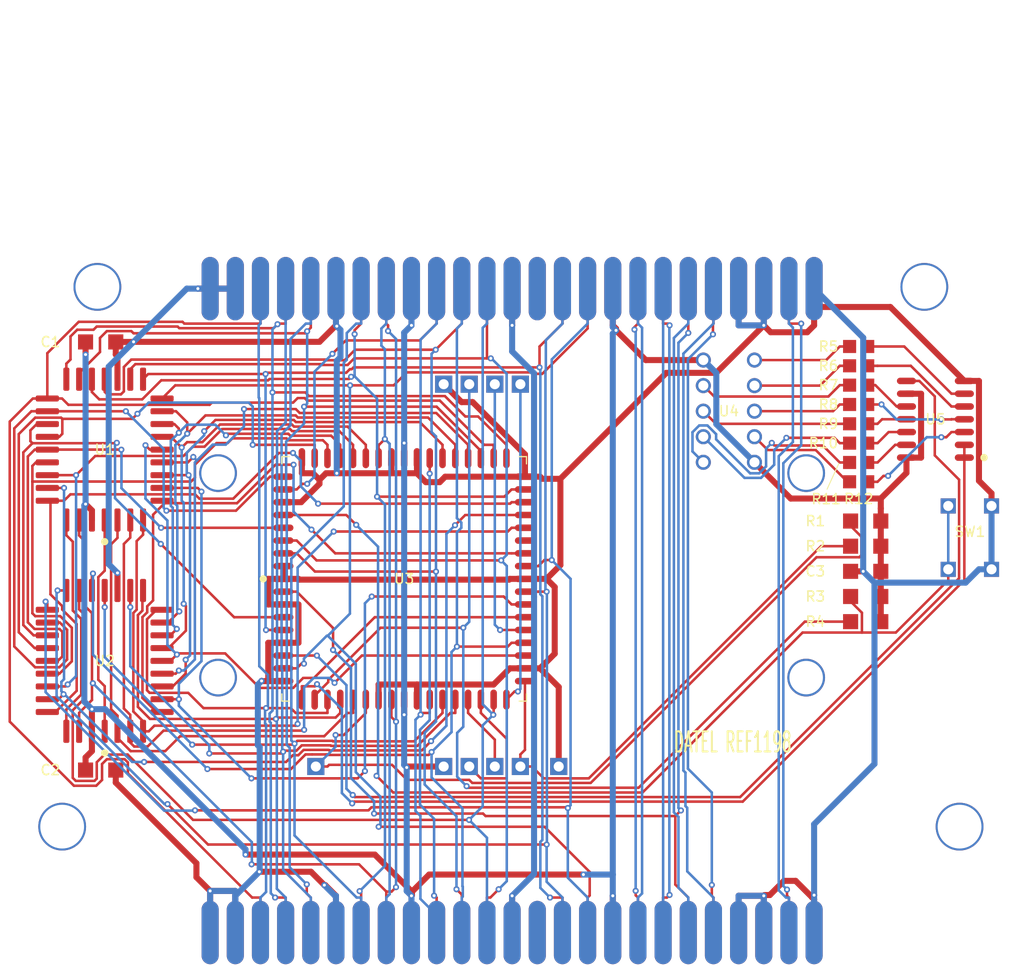
<source format=kicad_pcb>
(kicad_pcb (version 20240108) (generator "pcbnew") (generator_version "8.0")
  (layers (0 "F.Cu" signal) (31 "B.Cu" signal) (34 "B.Paste" user) (35 "F.Paste" user) (36 "B.SilkS" user "B.Silkscreen") (37 "F.SilkS" user "F.Silkscreen") (38 "B.Mask" user) (39 "F.Mask" user) (44 "Edge.Cuts" user))
  (net 0 "")
  (net 1 "/SC_N{slash}C")
  (net 2 "/SC_RST")
  (net 3 "/SC_CLK")
  (net 4 "/CD2")
  (net 5 "/SC_I{slash}O")
  (net 6 "/GND")
  (net 7 "/SC_N{slash}C2")
  (net 8 "/+3.3V")
  (net 9 "/SC_VPP")
  (net 10 "/A6")
  (net 11 "/~{CE}")
  (net 12 "/AD4")
  (net 13 "/A0")
  (net 14 "/~{OE}")
  (net 15 "/A12")
  (net 16 "/AD13")
  (net 17 "/Button")
  (net 18 "/AD12")
  (net 19 "/A7")
  (net 20 "/74HC164_CP")
  (net 21 "/AD10")
  (net 22 "/AD5")
  (net 23 "/AD1")
  (net 25 "/A1")
  (net 26 "/A11")
  (net 27 "/AD3")
  (net 28 "/A15")
  (net 29 "/A9")
  (net 30 "/AD0")
  (net 31 "/A2")
  (net 32 "/AD11")
  (net 33 "/AD15")
  (net 34 "/A16")
  (net 35 "/~{Read Sys}")
  (net 36 "/AD8")
  (net 37 "/AD9")
  (net 38 "/AD7")
  (net 39 "/A14")
  (net 40 "/A4")
  (net 41 "/AD14")
  (net 42 "/AD2")
  (net 43 "/~{Read Cart}")
  (net 44 "/AD6")
  (net 45 "/A8")
  (net 46 "/A5")
  (net 47 "/A10")
  (net 48 "/ALE_H")
  (net 49 "/A3")
  (net 50 "/A13")
  (net 51 "/~{Write}")
  (net 52 "/74HC164_DSA_DSB")
  (net 53 "/~{Cold Reset}")
  (net 54 "/ALE_L")
  (net 55 "/C")
  (net 56 "/F")
  (net 57 "/E")
  (net 58 "/D")
  (net 59 "/B")
  (net 60 "/G")
  (net 61 "/A")
  (net 62 "/DP")
  (net 63 "/CIC.14")
  (net 64 "/+12V")
  (net 65 "/CIC.15")
  (net 66 "/CIC.11")
  (net 67 "/~{NMI}")
  (net 68 "/LAUDIO")
  (net 69 "/~{INT1}")
  (net 70 "/EEPROM.Dat")
  (net 71 "/RAUDIO")
  (net 72 "/Video.Sync")
  (net 73 "/A18")
  (net 74 "/A17")
  (net 75 "/Q2")
  (net 76 "/Q0")
  (net 77 "/Q1")
  (net 78 "/Q7")
  (net 79 "/Q3")
  (net 80 "/Q4")
  (net 81 "/Q5")
  (net 82 "/Q6")
  (footprint "REF1198:Edge Connector" (layer "F.Cu") (at 120.875 68.65)
    (property "Reference" "J2" (hide yes))
    (property "Value" "Top Edge Connector")
  )
  (footprint "REF1198:1206 Cap Res" (layer "F.Cu") (at 80 73.95)
    (property "Reference" "C1")
    (property "Value" "100 nF")
  )
  (footprint "REF1198:1206 Cap Res" (layer "F.Cu") (at 156 101.75)
    (property "Reference" "R4")
    (property "Value" "10k Ohm")
  )
  (footprint "REF1198:0805 Res" (layer "F.Cu") (at 155.3 84.0071)
    (property "Reference" "R10")
    (property "Value" "220 Ohm")
  )
  (footprint "REF1198:0805 Res" (layer "F.Cu") (at 155.3 87.85)
    (property "Reference" "R12")
    (property "Value" "220 Ohm")
  )
  (footprint "REF1198:Drill Holes" (layer "F.Cu") (at 120.75 95.3)
    (property "Reference" "Holes" (hide yes))
    (property "Value" "Drill Holes")
  )
  (footprint "REF1198:Edge Connector" (layer "F.Cu") (at 120.875 132.65)
    (property "Reference" "J1" (hide yes))
    (property "Value" "Bottom Edge Connector")
  )
  (footprint "REF1198:QFP-68_24x24_Pitch1.27mm" (layer "F.Cu") (at 110.15 97.5 90)
    (property "Reference" "U3")
    (property "Value" "QuickLogic QL12X16B-XPL68C")
  )
  (footprint "REF1198:HDSP-7501" (layer "F.Cu") (at 142.41 80.83)
    (property "Reference" "U4")
    (property "Value" "HDSP-7501")
  )
  (footprint "REF1198:EEPROM" (layer "F.Cu") (at 80.4 84.65)
    (property "Reference" "U1")
    (property "Value" "SST28LF040")
  )
  (footprint "REF1198:Button" (layer "F.Cu") (at 166.35 93.4)
    (property "Reference" "SW1")
    (property "Value" "SW_Push")
  )
  (footprint "REF1198:Smart Card Port" (layer "F.Cu") (at 117.885 97.15)
    (property "Reference" "J3" (hide yes))
    (property "Value" "Smart_Card_Reader")
  )
  (footprint "REF1198:1206 Cap Res" (layer "F.Cu") (at 156 94.25)
    (property "Reference" "R2")
    (property "Value" "10k Ohm")
  )
  (footprint "REF1198:0805 Res" (layer "F.Cu") (at 155.3 82.0857)
    (property "Reference" "R9")
    (property "Value" "220 Ohm")
  )
  (footprint "REF1198:0805 Res" (layer "F.Cu") (at 155.3 76.3214)
    (property "Reference" "R6")
    (property "Value" "220 Ohm")
  )
  (footprint "REF1198:0805 Res" (layer "F.Cu") (at 155.3 78.2429)
    (property "Reference" "R7")
    (property "Value" "220 Ohm")
  )
  (footprint "REF1198:0805 Res" (layer "F.Cu") (at 155.3 74.4)
    (property "Reference" "R5")
    (property "Value" "220 Ohm")
  )
  (footprint "REF1198:1206 Cap Res" (layer "F.Cu") (at 156 99.25)
    (property "Reference" "R3")
    (property "Value" "10k Ohm")
  )
  (footprint "REF1198:EEPROM" (layer "F.Cu") (at 80.4 105.65)
    (property "Reference" "U2")
    (property "Value" "SST28LF040")
  )
  (footprint "REF1198:0805 Res" (layer "F.Cu") (at 155.3 85.9286)
    (property "Reference" "R11")
    (property "Value" "220 Ohm")
  )
  (footprint "REF1198:0805 Res" (layer "F.Cu") (at 155.3 80.1643)
    (property "Reference" "R8")
    (property "Value" "220 Ohm")
  )
  (footprint "REF1198:1206 Cap Res" (layer "F.Cu") (at 156 91.75)
    (property "Reference" "R1")
    (property "Value" "10k Ohm")
  )
  (footprint "REF1198:1206 Cap Res" (layer "F.Cu") (at 80 116.5)
    (property "Reference" "C2")
    (property "Value" "100 nF")
  )
  (footprint "REF1198:1206 Cap Res" (layer "F.Cu") (at 156 96.75)
    (property "Reference" "C3")
    (property "Value" "100 nF")
  )
  (footprint "REF1198:74HC164" (layer "F.Cu") (at 162.925 81.635)
    (property "Reference" "U5")
    (property "Value" "74HC164")
  )
  (gr_line (start 152.16 88.589) (end 153.329 86.038) (stroke (width 0.1)) (layer "F.SilkS"))
  (gr_line (start 171.75 67) (end 171.75 125.9) (stroke (width 0.002)) (layer "Edge.Cuts"))
  (gr_line (start 70 67) (end 70 125.9) (stroke (width 0.002)) (layer "Edge.Cuts"))
  (gr_line (start 70 125.9) (end 88.425 125.9) (stroke (width 0.002)) (layer "Edge.Cuts"))
  (gr_line (start 153.325 125.9) (end 153.325 135.293) (stroke (width 0.002)) (layer "Edge.Cuts"))
  (gr_line (start 161.75 65) (end 171.75 67) (stroke (width 0.002)) (layer "Edge.Cuts"))
  (gr_line (start 88.425 135.293) (end 89.132 136) (stroke (width 0.002)) (layer "Edge.Cuts"))
  (gr_line (start 80 65) (end 161.75 65) (stroke (width 0.002)) (layer "Edge.Cuts"))
  (gr_line (start 89.132 136) (end 152.618 136) (stroke (width 0.002)) (layer "Edge.Cuts"))
  (gr_line (start 153.325 125.9) (end 171.75 125.9) (stroke (width 0.002)) (layer "Edge.Cuts"))
  (gr_line (start 152.618 136) (end 153.325 135.293) (stroke (width 0.002)) (layer "Edge.Cuts"))
  (gr_line (start 70 67) (end 80 65) (stroke (width 0.002)) (layer "Edge.Cuts"))
  (gr_line (start 88.425 125.9) (end 88.425 135.293) (stroke (width 0.002)) (layer "Edge.Cuts"))
  (gr_text "DATEL REF1198" (at 136.824 114.905 0) (layer "F.SilkS") (effects (font (size 2 1) (thickness 0.2) (bold yes)) (justify left bottom)))
  (segment (start 122.15 114.4933) (end 122.15 107.66) (width 0.25) (layer "F.Cu") (net 1))
  (segment (start 151.5696 94.25) (end 128.4927 117.3269) (width 0.25) (layer "F.Cu") (net 1))
  (segment (start 154.5 94.25) (end 151.5696 94.25) (width 0.25) (layer "F.Cu") (net 1))
  (segment (start 128.4927 117.3269) (end 124.0236 117.3269) (width 0.25) (layer "F.Cu") (net 1))
  (segment (start 121.695 116.15) (end 121.695 114.9483) (width 0.25) (layer "F.Cu") (net 1))
  (segment (start 124.0236 117.3269) (end 122.8467 116.15) (width 0.25) (layer "F.Cu") (net 1))
  (segment (start 122.8467 116.15) (end 121.695 116.15) (width 0.25) (layer "F.Cu") (net 1))
  (segment (start 121.695 114.9483) (end 122.15 114.4933) (width 0.25) (layer "F.Cu") (net 1))
  (segment (start 120.33 113.3867) (end 120.33 117.325) (width 0.25) (layer "F.Cu") (net 2))
  (segment (start 120.33 117.325) (end 117.765 117.325) (width 0.25) (layer "F.Cu") (net 2))
  (segment (start 117.765 117.325) (end 116.59 116.15) (width 0.25) (layer "F.Cu") (net 2))
  (segment (start 117.77 109.5) (end 117.77 110.8267) (width 0.25) (layer "F.Cu") (net 2))
  (segment (start 117.77 110.8267) (end 120.33 113.3867) (width 0.25) (layer "F.Cu") (net 2))
  (segment (start 119.155 113.4817) (end 116.5 110.8267) (width 0.25) (layer "F.Cu") (net 3))
  (segment (start 116.5 110.8267) (end 116.5 109.5) (width 0.25) (layer "F.Cu") (net 3))
  (segment (start 119.155 116.125) (end 119.155 113.4817) (width 0.25) (layer "F.Cu") (net 3))
  (segment (start 116.9176 117.7815) (end 116.6133 117.4772) (width 0.25) (layer "F.Cu") (net 4))
  (segment (start 106.34 110.8267) (end 104.1475 113.0192) (width 0.25) (layer "F.Cu") (net 4))
  (segment (start 106.34 109.5) (end 106.34 110.8267) (width 0.25) (layer "F.Cu") (net 4))
  (segment (start 151.111 95.3495) (end 128.679 117.7815) (width 0.25) (layer "F.Cu") (net 4))
  (segment (start 155.3649 95.3495) (end 151.111 95.3495) (width 0.25) (layer "F.Cu") (net 4))
  (segment (start 102.6968 115.9799) (end 102.5267 116.15) (width 0.25) (layer "F.Cu") (net 4))
  (segment (start 110.441 117.4772) (end 108.9437 115.9799) (width 0.25) (layer "F.Cu") (net 4))
  (segment (start 154.5 91.75) (end 154.5 92.2378) (width 0.25) (layer "F.Cu") (net 4))
  (segment (start 128.679 117.7815) (end 116.9176 117.7815) (width 0.25) (layer "F.Cu") (net 4))
  (segment (start 116.6133 117.4772) (end 110.441 117.4772) (width 0.25) (layer "F.Cu") (net 4))
  (segment (start 104.1475 113.0192) (end 103.3364 113.0192) (width 0.25) (layer "F.Cu") (net 4))
  (segment (start 155.5767 93.3145) (end 155.5767 95.1377) (width 0.25) (layer "F.Cu") (net 4))
  (segment (start 154.5 92.2378) (end 155.5767 93.3145) (width 0.25) (layer "F.Cu") (net 4))
  (segment (start 155.5767 95.1377) (end 155.3649 95.3495) (width 0.25) (layer "F.Cu") (net 4))
  (segment (start 102.5267 116.15) (end 101.375 116.15) (width 0.25) (layer "F.Cu") (net 4))
  (segment (start 108.9437 115.9799) (end 102.6968 115.9799) (width 0.25) (layer "F.Cu") (net 4))
  (via (at 103.3364 113.0192) (size 0.6) (drill 0.3) (layers "F.Cu" "B.Cu") (net 4))
  (segment (start 101.375 116.15) (end 103.3364 114.1886) (width 0.25) (layer "B.Cu") (net 4))
  (segment (start 101.35 116.15) (end 101.375 116.15) (width 0.25) (layer "B.Cu") (net 4))
  (segment (start 103.3364 114.1886) (end 103.3364 113.0192) (width 0.25) (layer "B.Cu") (net 4))
  (segment (start 122.15 102.58) (end 120.8233 102.58) (width 0.25) (layer "F.Cu") (net 5))
  (segment (start 120.8233 102.58) (end 119.6823 102.58) (width 0.25) (layer "F.Cu") (net 5))
  (via (at 119.6823 102.58) (size 0.6) (drill 0.3) (layers "F.Cu" "B.Cu") (net 5))
  (segment (start 119.155 78.175) (end 119.155 102.0527) (width 0.25) (layer "B.Cu") (net 5))
  (segment (start 119.155 102.0527) (end 119.6823 102.58) (width 0.25) (layer "B.Cu") (net 5))
  (segment (start 113.6857 87.8827) (end 112.301 87.8827) (width 0.6) (layer "F.Cu") (net 6))
  (segment (start 145.875 72.3017) (end 145.875 68.65) (width 0.6) (layer "F.Cu") (net 6))
  (segment (start 167.2517 87.75) (end 168.5 88.9983) (width 0.6) (layer "F.Cu") (net 6))
  (segment (start 122.15 87.34) (end 114.2284 87.34) (width 0.6) (layer "F.Cu") (net 6))
  (segment (start 108.88 87.0002) (end 108.88 87.0009) (width 0.6) (layer "F.Cu") (net 6))
  (segment (start 103.4547 87.0017) (end 108.88 87.0017) (width 0.6) (layer "F.Cu") (net 6))
  (segment (start 99.911 89.88) (end 99.6517 89.88) (width 0.6) (layer "F.Cu") (net 6))
  (segment (start 83.2547 73.95) (end 81.5 73.95) (width 0.6) (layer "F.Cu") (net 6))
  (segment (start 90.875 128.516) (end 89.5121 127.1531) (width 0.6) (layer "F.Cu") (net 6))
  (segment (start 141.1567 77.02) (end 136.1998 77.02) (width 0.6) (layer "F.Cu") (net 6))
  (segment (start 103.375 72.3017) (end 103.4547 72.3814) (width 0.6) (layer "F.Cu") (net 6))
  (segment (start 89.6575 68.65) (end 90.875 68.65) (width 0.6) (layer "F.Cu") (net 6))
  (segment (start 98.15 103.85) (end 99.6517 103.85) (width 0.6) (layer "F.Cu") (net 6))
  (segment (start 158.4508 70.4758) (end 165.8 77.825) (width 0.6) (layer "F.Cu") (net 6))
  (segment (start 99.6517 97.5) (end 99.725 97.5733) (width 0.6) (layer "F.Cu") (net 6))
  (segment (start 98.15 97.5) (end 99.6517 97.5) (width 0.6) (layer "F.Cu") (net 6))
  (segment (start 125.6691 96.127) (end 124.2961 97.5) (width 0.6) (layer "F.Cu") (net 6))
  (segment (start 123.6517 106.39) (end 125.505 108.2433) (width 0.6) (layer "F.Cu") (net 6))
  (segment (start 150.875 72.3017) (end 150.875 70.4758) (width 0.6) (layer "F.Cu") (net 6))
  (segment (start 143.375 72.3017) (end 143.375 68.65) (width 0.6) (layer "F.Cu") (net 6))
  (segment (start 90.875 128.516) (end 90.875 132.65) (width 0.6) (layer "F.Cu") (net 6))
  (segment (start 99.99 85.5) (end 99.99 87.0017) (width 0.6) (layer "F.Cu") (net 6))
  (segment (start 81.67 77.65) (end 81.67 75.3717) (width 0.6) (layer "F.Cu") (net 6))
  (segment (start 98.15 103.85) (end 96.6483 103.85) (width 0.6) (layer "F.Cu") (net 6))
  (segment (start 125.505 108.2433) (end 125.505 116.125) (width 0.6) (layer "F.Cu") (net 6))
  (segment (start 95.986901 107.641747) (end 96.005154 107.66) (width 0.6) (layer "F.Cu") (net 6))
  (segment (start 98.15 100.04) (end 96.6483 100.04) (width 0.6) (layer "F.Cu") (net 6))
  (segment (start 81.5 117.7517) (end 81.5 116.5) (width 0.6) (layer "F.Cu") (net 6))
  (segment (start 107.61 107.9983) (end 111.42 107.9983) (width 0.6) (layer "F.Cu") (net 6))
  (segment (start 115.8524 79.9274) (end 114.075 78.15) (width 0.6) (layer "F.Cu") (net 6))
  (segment (start 119.04 107.9983) (end 120.6483 106.39) (width 0.6) (layer "F.Cu") (net 6))
  (segment (start 145.875 128.9983) (end 143.375 128.9983) (width 0.6) (layer "F.Cu") (net 6))
  (segment (start 150.1914 72.9853) (end 150.875 72.3017) (width 0.6) (layer "F.Cu") (net 6))
  (segment (start 112.301 87.8827) (end 111.42 87.0017) (width 0.6) (layer "F.Cu") (net 6))
  (segment (start 111.42 109.5) (end 111.42 107.9983) (width 0.6) (layer "F.Cu") (net 6))
  (segment (start 96.005154 107.66) (end 96.6483 107.66) (width 0.6) (layer "F.Cu") (net 6))
  (segment (start 146.4767 128.9231) (end 147.8842 127.5156) (width 0.6) (layer "F.Cu") (net 6))
  (segment (start 116.9544 79.9274) (end 115.8524 79.9274) (width 0.6) (layer "F.Cu") (net 6))
  (segment (start 107.61 109.5) (end 107.61 107.9983) (width 0.6) (layer "F.Cu") (net 6))
  (segment (start 98.15 107.66) (end 96.6483 107.66) (width 0.6) (layer "F.Cu") (net 6))
  (segment (start 145.9502 128.9231) (end 146.4767 128.9231) (width 0.6) (layer "F.Cu") (net 6))
  (segment (start 95.7637 126.6096) (end 100.895 126.6096) (width 0.6) (layer "F.Cu") (net 6))
  (segment (start 125.106 98.3099) (end 125.106 104.9357) (width 0.6) (layer "F.Cu") (net 6))
  (segment (start 96.6483 97.5) (end 96.6483 100.04) (width 0.6) (layer "F.Cu") (net 6))
  (segment (start 150.875 129.3485) (end 150.6678 129.1412) (width 0.6) (layer "F.Cu") (net 6))
  (segment (start 83.2676 73.9371) (end 83.2547 73.95) (width 0.6) (layer "F.Cu") (net 6))
  (segment (start 122.15 85.123) (end 116.9544 79.9274) (width 0.6) (layer "F.Cu") (net 6))
  (segment (start 147.8842 127.5156) (end 149.0421 127.5156) (width 0.6) (layer "F.Cu") (net 6))
  (segment (start 125.6691 87.5507) (end 125.6691 96.127) (width 0.6) (layer "F.Cu") (net 6))
  (segment (start 99.6517 100.04) (end 99.6517 103.85) (width 0.6) (layer "F.Cu") (net 6))
  (segment (start 150.875 132.65) (end 150.875 129.3485) (width 0.6) (layer "F.Cu") (net 6))
  (segment (start 149.0421 127.5156) (end 150.6678 129.1412) (width 0.6) (layer "F.Cu") (net 6))
  (segment (start 136.1998 77.02) (end 125.6691 87.5507) (width 0.6) (layer "F.Cu") (net 6))
  (segment (start 103.375 68.65) (end 103.375 72.3017) (width 0.6) (layer "F.Cu") (net 6))
  (segment (start 89.5121 125.7638) (end 81.5 117.7517) (width 0.6) (layer "F.Cu") (net 6))
  (segment (start 96.6483 103.85) (end 96.6483 107.66) (width 0.6) (layer "F.Cu") (net 6))
  (segment (start 102.3844 87.0017) (end 103.4547 87.0017) (width 0.6) (layer "F.Cu") (net 6))
  (segment (start 124.2961 97.5) (end 122.15 97.5) (width 0.6) (layer "F.Cu") (net 6))
  (segment (start 102.3124 127.9357) (end 102.2211 127.9357) (width 0.6) (layer "F.Cu") (net 6))
  (segment (start 114.2284 87.34) (end 113.6857 87.8827) (width 0.6) (layer "F.Cu") (net 6))
  (segment (start 98.15 97.5) (end 96.6483 97.5) (width 0.6) (layer "F.Cu") (net 6))
  (segment (start 101.091 87.0017) (end 99.99 87.0017) (width 0.6) (layer "F.Cu") (net 6))
  (segment (start 145.875 128.9983) (end 145.9502 128.9231) (width 0.6) (layer "F.Cu") (net 6))
  (segment (start 98.15 100.04) (end 99.6517 100.04) (width 0.6) (layer "F.Cu") (net 6))
  (segment (start 108.88 86.8008) (end 108.88 87.0002) (width 0.6) (layer "F.Cu") (net 6))
  (segment (start 122.15 106.39) (end 120.6483 106.39) (width 0.6) (layer "F.Cu") (net 6))
  (segment (start 111.42 85.5) (end 111.42 87.0017) (width 0.6) (layer "F.Cu") (net 6))
  (segment (start 122.15 97.5) (end 120.6483 97.5) (width 0.6) (layer "F.Cu") (net 6))
  (segment (start 101.7377 87.6484) (end 101.7377 88.0533) (width 0.6) (layer "F.Cu") (net 6))
  (segment (start 93.375 132.65) (end 93.375 128.516) (width 0.6) (layer "F.Cu") (net 6))
  (segment (start 81.67 98.65) (end 81.67 96.9075) (width 0.6) (layer "F.Cu") (net 6))
  (segment (start 108.8808 87.0017) (end 111.42 87.0017) (width 0.6) (layer "F.Cu") (net 6))
  (segment (start 146.5586 72.9853) (end 150.1914 72.9853) (width 0.6) (layer "F.Cu") (net 6))
  (segment (start 93.375 68.65) (end 90.875 68.65) (width 0.6) (layer "F.Cu") (net 6))
  (segment (start 154.5 96.75) (end 155.7517 96.75) (width 0.6) (layer "F.Cu") (net 6))
  (segment (start 125.106 104.9357) (end 123.6517 106.39) (width 0.6) (layer "F.Cu") (net 6))
  (segment (start 124.2961 97.5) (end 125.106 98.3099) (width 0.6) (layer "F.Cu") (net 6))
  (segment (start 145.875 72.3017) (end 143.375 72.3017) (width 0.6) (layer "F.Cu") (net 6))
  (segment (start 122.15 106.39) (end 123.6517 106.39) (width 0.6) (layer "F.Cu") (net 6))
  (segment (start 100.895 126.6096) (end 102.2211 127.9357) (width 0.6) (layer "F.Cu") (net 6))
  (segment (start 103.375 72.3017) (end 101.7396 73.9371) (width 0.6) (layer "F.Cu") (net 6))
  (segment (start 103.375 128.9983) (end 102.3124 127.9357) (width 0.6) (layer "F.Cu") (net 6))
  (segment (start 89.5121 127.1531) (end 89.5121 125.7638) (width 0.6) (layer "F.Cu") (net 6))
  (segment (start 81.5 73.95) (end 81.5 75.2017) (width 0.6) (layer "F.Cu") (net 6))
  (segment (start 165.8 77.825) (end 167.2517 77.825) (width 0.6) (layer "F.Cu") (net 6))
  (segment (start 145.875 128.9983) (end 145.875 132.65) (width 0.6) (layer "F.Cu") (net 6))
  (segment (start 168.5 90.25) (end 168.5 88.9983) (width 0.6) (layer "F.Cu") (net 6))
  (segment (start 93.375 128.516) (end 90.875 128.516) (width 0.6) (layer "F.Cu") (net 6))
  (segment (start 122.15 87.34) (end 122.15 85.123) (width 0.6) (layer "F.Cu") (net 6))
  (segment (start 143.375 128.9983) (end 143.375 132.65) (width 0.6) (layer "F.Cu") (net 6))
  (segment (start 103.375 132.65) (end 103.375 128.9983) (width 0.6) (layer "F.Cu") (net 6))
  (segment (start 98.15 96.23) (end 98.15 97.5) (width 0.6) (layer "F.Cu") (net 6))
  (segment (start 108.88 87.0009) (end 108.8808 87.0017) (width 0.6) (layer "F.Cu") (net 6))
  (segment (start 81.67 75.3717) (end 81.5 75.2017) (width 0.6) (layer "F.Cu") (net 6))
  (segment (start 111.42 107.9983) (end 119.04 107.9983) (width 0.6) (layer "F.Cu") (net 6))
  (segment (start 123.8624 87.5507) (end 123.6517 87.34) (width 0.6) (layer "F.Cu") (net 6))
  (segment (start 145.875 72.3017) (end 141.1567 77.02) (width 0.6) (layer "F.Cu") (net 6))
  (segment (start 101.7377 87.6484) (end 101.091 87.0017) (width 0.6) (layer "F.Cu") (net 6))
  (segment (start 125.6691 87.5507) (end 123.8624 87.5507) (width 0.6) (layer "F.Cu") (net 6))
  (segment (start 98.15 89.88) (end 99.6517 89.88) (width 0.6) (layer "F.Cu") (net 6))
  (segment (start 108.88 85.5) (end 108.88 86.8008) (width 0.6) (layer "F.Cu") (net 6))
  (segment (start 150.875 68.65) (end 150.875 70.4758) (width 0.6) (layer "F.Cu") (net 6))
  (segment (start 108.88 87.0009) (end 108.88 87.0017) (width 0.6) (layer "F.Cu") (net 6))
  (segment (start 150.6678 129.1412) (end 150.875 128.934) (width 0.6) (layer "F.Cu") (net 6))
  (segment (start 145.875 72.3017) (end 146.5586 72.9853) (width 0.6) (layer "F.Cu") (net 6))
  (segment (start 101.7396 73.9371) (end 83.2676 73.9371) (width 0.6) (layer "F.Cu") (net 6))
  (segment (start 150.875 70.4758) (end 158.4508 70.4758) (width 0.6) (layer "F.Cu") (net 6))
  (segment (start 101.7377 87.6484) (end 102.3844 87.0017) (width 0.6) (layer "F.Cu") (net 6))
  (segment (start 101.7377 88.0533) (end 99.911 89.88) (width 0.6) (layer "F.Cu") (net 6))
  (segment (start 120.575 97.5733) (end 120.6483 97.5) (width 0.6) (layer "F.Cu") (net 6))
  (segment (start 167.2517 77.825) (end 167.2517 87.75) (width 0.6) (layer "F.Cu") (net 6))
  (segment (start 99.725 97.5733) (end 120.575 97.5733) (width 0.6) (layer "F.Cu") (net 6))
  (segment (start 122.15 87.34) (end 123.6517 87.34) (width 0.6) (layer "F.Cu") (net 6))
  (via (at 102.2211 127.9357) (size 0.6) (drill 0.3) (layers "F.Cu" "B.Cu") (net 6))
  (via (at 95.7637 126.6096) (size 0.6) (drill 0.3) (layers "F.Cu" "B.Cu") (net 6))
  (via (at 95.986901 107.641747) (size 0.6) (drill 0.3) (layers "F.Cu" "B.Cu") (net 6))
  (via (at 90.875 128.516) (size 0.6) (drill 0.3) (layers "F.Cu" "B.Cu") (net 6))
  (via (at 150.875 128.934) (size 0.6) (drill 0.3) (layers "F.Cu" "B.Cu") (net 6))
  (via (at 145.875 128.9983) (size 0.6) (drill 0.3) (layers "F.Cu" "B.Cu") (net 6))
  (via (at 83.2676 73.9371) (size 0.6) (drill 0.3) (layers "F.Cu" "B.Cu") (net 6))
  (via (at 103.4547 72.3814) (size 0.6) (drill 0.3) (layers "F.Cu" "B.Cu") (net 6))
  (via (at 81.67 96.9075) (size 0.6) (drill 0.3) (layers "F.Cu" "B.Cu") (net 6))
  (via (at 89.6575 68.65) (size 0.6) (drill 0.3) (layers "F.Cu" "B.Cu") (net 6))
  (via (at 103.4547 87.0017) (size 0.6) (drill 0.3) (layers "F.Cu" "B.Cu") (net 6))
  (via (at 145.875 72.3017) (size 0.6) (drill 0.3) (layers "F.Cu" "B.Cu") (net 6))
  (via (at 155.7517 96.75) (size 0.6) (drill 0.3) (layers "F.Cu" "B.Cu") (net 6))
  (segment (start 143.375 128.9983) (end 143.375 132.65) (width 0.6) (layer "B.Cu") (net 6))
  (segment (start 93.375 132.65) (end 93.375 128.9983) (width 0.6) (layer "B.Cu") (net 6))
  (segment (start 103.375 128.9983) (end 103.2837 128.9983) (width 0.6) (layer "B.Cu") (net 6))
  (segment (start 103.8214 75.463) (end 103.8214 72.7481) (width 0.6) (layer "B.Cu") (net 6))
  (segment (start 156.8726 97.8709) (end 155.7517 96.75) (width 0.6) (layer "B.Cu") (net 6))
  (segment (start 168.5 90.25) (end 168.5 96.55) (width 0.6) (layer "B.Cu") (net 6))
  (segment (start 150.875 121.8853) (end 150.875 128.934) (width 0.6) (layer "B.Cu") (net 6))
  (segment (start 93.375 128.516) (end 90.875 128.516) (width 0.6) (layer "B.Cu") (net 6))
  (segment (start 89.6575 68.65) (end 88.5547 68.65) (width 0.6) (layer "B.Cu") (net 6))
  (segment (start 165.9274 97.8709) (end 156.8726 97.8709) (width 0.6) (layer "B.Cu") (net 6))
  (segment (start 155.7517 73.5267) (end 155.7517 96.75) (width 0.6) (layer "B.Cu") (net 6))
  (segment (start 80.8 96.0375) (end 81.67 96.9075) (width 0.6) (layer "B.Cu") (net 6))
  (segment (start 103.4547 72.3814) (end 103.375 72.3017) (width 0.6) (layer "B.Cu") (net 6))
  (segment (start 103.2837 128.9983) (end 102.2211 127.9357) (width 0.6) (layer "B.Cu") (net 6))
  (segment (start 80.8 76.4047) (end 80.8 96.0375) (width 0.6) (layer "B.Cu") (net 6))
  (segment (start 168.5 96.55) (end 167.2483 96.55) (width 0.6) (layer "B.Cu") (net 6))
  (segment (start 150.875 128.934) (end 150.875 132.65) (width 0.6) (layer "B.Cu") (net 6))
  (segment (start 103.4547 75.8297) (end 103.8214 75.463) (width 0.6) (layer "B.Cu") (net 6))
  (segment (start 95.986901 107.641747) (end 95.6147 108.013948) (width 0.6) (layer "B.Cu") (net 6))
  (segment (start 95.6147 108.013948) (end 95.6147 114.0334) (width 0.6) (layer "B.Cu") (net 6))
  (segment (start 145.875 128.9983) (end 145.875 132.65) (width 0.6) (layer "B.Cu") (net 6))
  (segment (start 83.2676 73.9371) (end 80.8 76.4047) (width 0.6) (layer "B.Cu") (net 6))
  (segment (start 95.7963 114.215) (end 95.7963 126.577) (width 0.6) (layer "B.Cu") (net 6))
  (segment (start 88.5547 68.65) (end 83.2676 73.9371) (width 0.6) (layer "B.Cu") (net 6))
  (segment (start 95.6147 114.0334) (end 95.7963 114.215) (width 0.6) (layer "B.Cu") (net 6))
  (segment (start 95.7637 126.6096) (end 93.375 128.9983) (width 0.6) (layer "B.Cu") (net 6))
  (segment (start 103.8214 72.7481) (end 103.4547 72.3814) (width 0.6) (layer "B.Cu") (net 6))
  (segment (start 150.875 68.65) (end 155.7517 73.5267) (width 0.6) (layer "B.Cu") (net 6))
  (segment (start 145.875 72.3017) (end 145.875 68.65) (width 0.6) (layer "B.Cu") (net 6))
  (segment (start 167.2483 96.55) (end 165.9274 97.8709) (width 0.6) (layer "B.Cu") (net 6))
  (segment (start 95.7963 126.577) (end 95.7637 126.6096) (width 0.6) (layer "B.Cu") (net 6))
  (segment (start 145.875 128.9983) (end 143.375 128.9983) (width 0.6) (layer "B.Cu") (net 6))
  (segment (start 145.875 72.3017) (end 143.375 72.3017) (width 0.6) (layer "B.Cu") (net 6))
  (segment (start 156.8726 97.8709) (end 156.8726 115.8877) (width 0.6) (layer "B.Cu") (net 6))
  (segment (start 103.375 68.65) (end 103.375 72.3017) (width 0.6) (layer "B.Cu") (net 6))
  (segment (start 93.375 132.65) (end 93.375 128.516) (width 0.6) (layer "B.Cu") (net 6))
  (segment (start 89.6575 68.65) (end 90.875 68.65) (width 0.6) (layer "B.Cu") (net 6))
  (segment (start 103.4547 87.0017) (end 103.4547 75.8297) (width 0.6) (layer "B.Cu") (net 6))
  (segment (start 156.8726 115.8877) (end 150.875 121.8853) (width 0.6) (layer "B.Cu") (net 6))
  (segment (start 103.375 132.65) (end 103.375 128.9983) (width 0.6) (layer "B.Cu") (net 6))
  (segment (start 90.875 128.516) (end 90.875 132.65) (width 0.6) (layer "B.Cu") (net 6))
  (segment (start 93.375 68.65) (end 90.875 68.65) (width 0.6) (layer "B.Cu") (net 6))
  (segment (start 143.375 72.3017) (end 143.375 68.65) (width 0.6) (layer "B.Cu") (net 6))
  (segment (start 120.31 109.5) (end 121.1193 108.6907) (width 0.25) (layer "F.Cu") (net 7))
  (segment (start 121.1193 108.6907) (end 121.4506 108.6907) (width 0.25) (layer "F.Cu") (net 7))
  (via (at 121.4506 108.6907) (size 0.6) (drill 0.3) (layers "F.Cu" "B.Cu") (net 7))
  (segment (start 121.695 108.4463) (end 121.4506 108.6907) (width 0.25) (layer "B.Cu") (net 7))
  (segment (start 121.695 78.175) (end 121.695 108.4463) (width 0.25) (layer "B.Cu") (net 7))
  (segment (start 110.9264 128.9469) (end 110.9264 128.5942) (width 0.6) (layer "F.Cu") (net 8))
  (segment (start 107.234 124.9018) (end 94.3907 124.9018) (width 0.6) (layer "F.Cu") (net 8))
  (segment (start 78.5 116.5) (end 78.5 115.2483) (width 0.6) (layer "F.Cu") (net 8))
  (segment (start 79.13 110.4515) (end 79.13 112.65) (width 0.6) (layer "F.Cu") (net 8))
  (segment (start 161.5017 85.445) (end 161.5017 79.095) (width 0.6) (layer "F.Cu") (net 8))
  (segment (start 79.13 91.65) (end 79.13 90.6936) (width 0.6) (layer "F.Cu") (net 8))
  (segment (start 110.15 109.5) (end 110.15 111.0017) (width 0.6) (layer "F.Cu") (net 8))
  (segment (start 148.5516 89.5116) (end 144.95 85.91) (width 0.6) (layer "F.Cu") (net 8))
  (segment (start 160.05 85.445) (end 160.05 86.9616) (width 0.6) (layer "F.Cu") (net 8))
  (segment (start 160.05 85.445) (end 161.5017 85.445) (width 0.6) (layer "F.Cu") (net 8))
  (segment (start 130.875 68.65) (end 130.875 72.3017) (width 0.6) (layer "F.Cu") (net 8))
  (segment (start 157.5 89.5116) (end 148.5516 89.5116) (width 0.6) (layer "F.Cu") (net 8))
  (segment (start 110.875 68.65) (end 110.875 72.3017) (width 0.6) (layer "F.Cu") (net 8))
  (segment (start 114.05 116.15) (end 110.4994 116.15) (width 0.6) (layer "F.Cu") (net 8))
  (segment (start 130.875 132.65) (end 130.875 128.9983) (width 0.6) (layer "F.Cu") (net 8))
  (segment (start 112.6337 126.8869) (end 110.9264 128.5942) (width 0.6) (layer "F.Cu") (net 8))
  (segment (start 110.9264 128.5942) (end 107.234 124.9018) (width 0.6) (layer "F.Cu") (net 8))
  (segment (start 110.875 132.65) (end 110.875 128.9983) (width 0.6) (layer "F.Cu") (net 8))
  (segment (start 157.5 91.75) (end 157.5 94.25) (width 0.6) (layer "F.Cu") (net 8))
  (segment (start 160.05 79.095) (end 161.5017 79.095) (width 0.6) (layer "F.Cu") (net 8))
  (segment (start 134.1489 75.75) (end 139.87 75.75) (width 0.6) (layer "F.Cu") (net 8))
  (segment (start 160.05 86.9616) (end 157.5 89.5116) (width 0.6) (layer "F.Cu") (net 8))
  (segment (start 110.4994 116.15) (end 110.4032 116.2462) (width 0.6) (layer "F.Cu") (net 8))
  (segment (start 110.15 85.5) (end 110.15 83.9983) (width 0.6) (layer "F.Cu") (net 8))
  (segment (start 157.5 96.75) (end 157.5 99.25) (width 0.6) (layer "F.Cu") (net 8))
  (segment (start 157.5 99.25) (end 157.5 101.75) (width 0.6) (layer "F.Cu") (net 8))
  (segment (start 131.1985 72.6252) (end 130.875 72.3017) (width 0.6) (layer "F.Cu") (net 8))
  (segment (start 157.5 94.25) (end 157.5 96.75) (width 0.6) (layer "F.Cu") (net 8))
  (segment (start 110.875 128.9983) (end 110.9264 128.9469) (width 0.6) (layer "F.Cu") (net 8))
  (segment (start 157.5 91.75) (end 157.5 90.4983) (width 0.6) (layer "F.Cu") (net 8))
  (segment (start 79.13 90.6936) (end 78.5 90.0636) (width 0.6) (layer "F.Cu") (net 8))
  (segment (start 157.5 89.5116) (end 157.5 90.4983) (width 0.6) (layer "F.Cu") (net 8))
  (segment (start 127.955 126.8869) (end 112.6337 126.8869) (width 0.6) (layer "F.Cu") (net 8))
  (segment (start 131.1985 72.7996) (end 131.1985 72.6252) (width 0.6) (layer "F.Cu") (net 8))
  (segment (start 78.5 73.95) (end 78.5 75.2017) (width 0.6) (layer "F.Cu") (net 8))
  (segment (start 79.13 114.6183) (end 78.5 115.2483) (width 0.6) (layer "F.Cu") (net 8))
  (segment (start 131.1985 72.7996) (end 134.1489 75.75) (width 0.6) (layer "F.Cu") (net 8))
  (segment (start 79.13 112.65) (end 79.13 114.6183) (width 0.6) (layer "F.Cu") (net 8))
  (via (at 110.875 128.9983) (size 0.6) (drill 0.3) (layers "F.Cu" "B.Cu") (net 8))
  (via (at 78.5 75.2017) (size 0.6) (drill 0.3) (layers "F.Cu" "B.Cu") (net 8))
  (via (at 127.955 126.8869) (size 0.6) (drill 0.3) (layers "F.Cu" "B.Cu") (net 8))
  (via (at 130.875 128.9983) (size 0.6) (drill 0.3) (layers "F.Cu" "B.Cu") (net 8))
  (via (at 94.3907 124.9018) (size 0.6) (drill 0.3) (layers "F.Cu" "B.Cu") (net 8))
  (via (at 110.15 83.9983) (size 0.6) (drill 0.3) (layers "F.Cu" "B.Cu") (net 8))
  (via (at 110.4032 116.2462) (size 0.6) (drill 0.3) (layers "F.Cu" "B.Cu") (net 8))
  (via (at 79.13 110.4515) (size 0.6) (drill 0.3) (layers "F.Cu" "B.Cu") (net 8))
  (via (at 78.5 90.0636) (size 0.6) (drill 0.3) (layers "F.Cu" "B.Cu") (net 8))
  (via (at 131.1985 72.7996) (size 0.6) (drill 0.3) (layers "F.Cu" "B.Cu") (net 8))
  (via (at 110.15 111.0017) (size 0.6) (drill 0.3) (layers "F.Cu" "B.Cu") (net 8))
  (via (at 110.875 72.3017) (size 0.6) (drill 0.3) (layers "F.Cu" "B.Cu") (net 8))
  (segment (start 110.4032 128.5265) (end 110.4032 116.2462) (width 0.6) (layer "B.Cu") (net 8))
  (segment (start 78.3753 90.1883) (end 78.5 90.0636) (width 0.6) (layer "B.Cu") (net 8))
  (segment (start 130.875 126.8869) (end 130.875 128.9983) (width 0.6) (layer "B.Cu") (net 8))
  (segment (start 130.875 132.65) (end 130.875 128.9983) (width 0.6) (layer "B.Cu") (net 8))
  (segment (start 141.1598 77.0398) (end 139.87 75.75) (width 0.6) (layer "B.Cu") (net 8))
  (segment (start 110.875 68.65) (end 110.875 72.3017) (width 0.6) (layer "B.Cu") (net 8))
  (segment (start 110.15 83.9983) (end 110.15 111.0017) (width 0.6) (layer "B.Cu") (net 8))
  (segment (start 130.875 72.4761) (end 130.875 68.65) (width 0.6) (layer "B.Cu") (net 8))
  (segment (start 78.3753 109.6968) (end 78.3753 90.1883) (width 0.6) (layer "B.Cu") (net 8))
  (segment (start 110.875 72.3017) (end 110.15 73.0267) (width 0.6) (layer "B.Cu") (net 8))
  (segment (start 79.13 110.4515) (end 80.451 110.4515) (width 0.6) (layer "B.Cu") (net 8))
  (segment (start 131.1985 72.7996) (end 130.875 72.4761) (width 0.6) (layer "B.Cu") (net 8))
  (segment (start 110.875 132.65) (end 110.875 128.9983) (width 0.6) (layer "B.Cu") (net 8))
  (segment (start 144.95 85.91) (end 141.1598 82.1198) (width 0.6) (layer "B.Cu") (net 8))
  (segment (start 80.451 110.4515) (end 94.3907 124.3912) (width 0.6) (layer "B.Cu") (net 8))
  (segment (start 110.15 115.993) (end 110.15 111.0017) (width 0.6) (layer "B.Cu") (net 8))
  (segment (start 79.13 110.4515) (end 78.3753 109.6968) (width 0.6) (layer "B.Cu") (net 8))
  (segment (start 78.5 90.0636) (end 78.5 75.2017) (width 0.6) (layer "B.Cu") (net 8))
  (segment (start 141.1598 82.1198) (end 141.1598 77.0398) (width 0.6) (layer "B.Cu") (net 8))
  (segment (start 110.4032 116.2462) (end 110.15 115.993) (width 0.6) (layer "B.Cu") (net 8))
  (segment (start 94.3907 124.3912) (end 94.3907 124.9018) (width 0.6) (layer "B.Cu") (net 8))
  (segment (start 131.1985 72.7996) (end 130.875 73.1231) (width 0.6) (layer "B.Cu") (net 8))
  (segment (start 110.875 128.9983) (end 110.4032 128.5265) (width 0.6) (layer "B.Cu") (net 8))
  (segment (start 130.875 126.8869) (end 127.955 126.8869) (width 0.6) (layer "B.Cu") (net 8))
  (segment (start 130.875 73.1231) (end 130.875 126.8869) (width 0.6) (layer "B.Cu") (net 8))
  (segment (start 110.15 73.0267) (end 110.15 83.9983) (width 0.6) (layer "B.Cu") (net 8))
  (segment (start 101.26 109.1042) (end 102.6063 107.7579) (width 0.25) (layer "F.Cu") (net 9))
  (segment (start 149.9483 101.75) (end 154.5 101.75) (width 0.25) (layer "F.Cu") (net 9))
  (segment (start 107.7993 102.3565) (end 116.0229 102.3565) (width 0.25) (layer "F.Cu") (net 9))
  (segment (start 101.26 109.5) (end 101.26 109.1042) (width 0.25) (layer "F.Cu") (net 9))
  (segment (start 116.5071 118.2573) (end 133.441 118.2573) (width 0.25) (layer "F.Cu") (net 9))
  (segment (start 102.6063 107.7579) (end 102.6063 107.5495) (width 0.25) (layer "F.Cu") (net 9))
  (segment (start 116.3537 118.1039) (end 116.5071 118.2573) (width 0.25) (layer "F.Cu") (net 9))
  (segment (start 102.6063 107.5495) (end 107.7993 102.3565) (width 0.25) (layer "F.Cu") (net 9))
  (segment (start 133.441 118.2573) (end 149.9483 101.75) (width 0.25) (layer "F.Cu") (net 9))
  (via (at 116.3537 118.1039) (size 0.6) (drill 0.3) (layers "F.Cu" "B.Cu") (net 9))
  (via (at 116.0229 102.3565) (size 0.6) (drill 0.3) (layers "F.Cu" "B.Cu") (net 9))
  (segment (start 115.4133 112.8068) (end 115.4133 117.1635) (width 0.25) (layer "B.Cu") (net 9))
  (segment (start 116.615 78.175) (end 116.615 101.7644) (width 0.25) (layer "B.Cu") (net 9))
  (segment (start 115.4133 117.1635) (end 116.3537 118.1039) (width 0.25) (layer "B.Cu") (net 9))
  (segment (start 116.0229 112.1972) (end 115.4133 112.8068) (width 0.25) (layer "B.Cu") (net 9))
  (segment (start 116.0229 102.3565) (end 116.0229 112.1972) (width 0.25) (layer "B.Cu") (net 9))
  (segment (start 116.615 101.7644) (end 116.0229 102.3565) (width 0.25) (layer "B.Cu") (net 9))
  (segment (start 94.9768 117.3267) (end 105.5305 117.3267) (width 0.25) (layer "F.Cu") (net 10))
  (segment (start 90.0118 88.825) (end 89.6468 88.46) (width 0.25) (layer "F.Cu") (net 10))
  (segment (start 89.6468 88.46) (end 86.1 88.46) (width 0.25) (layer "F.Cu") (net 10))
  (segment (start 120.0372 99.2539) (end 106.9287 99.2539) (width 0.25) (layer "F.Cu") (net 10))
  (segment (start 86.1 109.46) (end 87.7677 109.46) (width 0.25) (layer "F.Cu") (net 10))
  (segment (start 120.8233 100.04) (end 120.0372 99.2539) (width 0.25) (layer "F.Cu") (net 10))
  (segment (start 105.5305 117.3267) (end 106.2506 116.6066) (width 0.25) (layer "F.Cu") (net 10))
  (segment (start 122.15 100.04) (end 120.8233 100.04) (width 0.25) (layer "F.Cu") (net 10))
  (via (at 87.7677 109.46) (size 0.6) (drill 0.3) (layers "F.Cu" "B.Cu") (net 10))
  (via (at 106.2506 116.6066) (size 0.6) (drill 0.3) (layers "F.Cu" "B.Cu") (net 10))
  (via (at 94.9768 117.3267) (size 0.6) (drill 0.3) (layers "F.Cu" "B.Cu") (net 10))
  (via (at 90.0118 88.825) (size 0.6) (drill 0.3) (layers "F.Cu" "B.Cu") (net 10))
  (via (at 106.9287 99.2539) (size 0.6) (drill 0.3) (layers "F.Cu" "B.Cu") (net 10))
  (segment (start 90.0118 88.825) (end 90.0118 105.6767) (width 0.25) (layer "B.Cu") (net 10))
  (segment (start 87.7677 109.46) (end 87.7677 110.1176) (width 0.25) (layer "B.Cu") (net 10))
  (segment (start 87.7677 110.1176) (end 94.9768 117.3267) (width 0.25) (layer "B.Cu") (net 10))
  (segment (start 106.2506 99.932) (end 106.9287 99.2539) (width 0.25) (layer "B.Cu") (net 10))
  (segment (start 90.0118 105.6767) (end 87.7677 107.9208) (width 0.25) (layer "B.Cu") (net 10))
  (segment (start 87.7677 107.9208) (end 87.7677 109.46) (width 0.25) (layer "B.Cu") (net 10))
  (segment (start 106.2506 116.6066) (end 106.2506 99.932) (width 0.25) (layer "B.Cu") (net 10))
  (segment (start 71.4158 104.2169) (end 71.4158 82.5402) (width 0.25) (layer "F.Cu") (net 11))
  (segment (start 74.7 101.84) (end 75.944 101.84) (width 0.25) (layer "F.Cu") (net 11))
  (segment (start 98.15 87.34) (end 96.8233 87.34) (width 0.25) (layer "F.Cu") (net 11))
  (segment (start 96.8233 87.34) (end 93.4432 90.7201) (width 0.25) (layer "F.Cu") (net 11))
  (segment (start 93.4432 90.7201) (end 86.5328 90.7201) (width 0.25) (layer "F.Cu") (net 11))
  (segment (start 71.4158 82.5402) (end 73.116 80.84) (width 0.25) (layer "F.Cu") (net 11))
  (segment (start 75.944 101.84) (end 76.6648 102.5608) (width 0.25) (layer "F.Cu") (net 11))
  (segment (start 73.116 80.84) (end 74.7 80.84) (width 0.25) (layer "F.Cu") (net 11))
  (segment (start 76.6648 105.5144) (end 75.8942 106.285) (width 0.25) (layer "F.Cu") (net 11))
  (segment (start 82.5005 80.84) (end 74.7 80.84) (width 0.25) (layer "F.Cu") (net 11))
  (segment (start 76.6648 102.5608) (end 76.6648 105.5144) (width 0.25) (layer "F.Cu") (net 11))
  (segment (start 75.8942 106.285) (end 73.4839 106.285) (width 0.25) (layer "F.Cu") (net 11))
  (segment (start 73.4839 106.285) (end 71.4158 104.2169) (width 0.25) (layer "F.Cu") (net 11))
  (via (at 82.5005 80.84) (size 0.6) (drill 0.3) (layers "F.Cu" "B.Cu") (net 11))
  (via (at 86.5328 90.7201) (size 0.6) (drill 0.3) (layers "F.Cu" "B.Cu") (net 11))
  (segment (start 82.5005 80.84) (end 86.2562 84.5957) (width 0.25) (layer "B.Cu") (net 11))
  (segment (start 86.2562 90.4435) (end 86.5328 90.7201) (width 0.25) (layer "B.Cu") (net 11))
  (segment (start 86.2562 84.5957) (end 86.2562 90.4435) (width 0.25) (layer "B.Cu") (net 11))
  (segment (start 101.0195 114.9488) (end 101.021 114.9473) (width 0.25) (layer "F.Cu") (net 12))
  (segment (start 120.8233 103.85) (end 120.4427 104.2306) (width 0.25) (layer "F.Cu") (net 12))
  (segment (start 101.021 114.9473) (end 102.4619 114.9473) (width 0.25) (layer "F.Cu") (net 12))
  (segment (start 90.6027 116.3986) (end 98.901 116.3986) (width 0.25) (layer "F.Cu") (net 12))
  (segment (start 102.4619 114.9473) (end 102.5156 115.001) (width 0.25) (layer "F.Cu") (net 12))
  (segment (start 102.5156 115.001) (end 112.5824 115.001) (width 0.25) (layer "F.Cu") (net 12))
  (segment (start 120.4427 104.2306) (end 115.3903 104.2306) (width 0.25) (layer "F.Cu") (net 12))
  (segment (start 98.901 116.3986) (end 100.3508 114.9488) (width 0.25) (layer "F.Cu") (net 12))
  (segment (start 122.15 103.85) (end 120.8233 103.85) (width 0.25) (layer "F.Cu") (net 12))
  (segment (start 100.3508 114.9488) (end 101.0195 114.9488) (width 0.25) (layer "F.Cu") (net 12))
  (segment (start 112.5824 115.001) (end 112.8733 114.7101) (width 0.25) (layer "F.Cu") (net 12))
  (segment (start 79.13 97.0727) (end 79.2334 96.9693) (width 0.25) (layer "F.Cu") (net 12))
  (segment (start 79.13 98.65) (end 79.13 97.0727) (width 0.25) (layer "F.Cu") (net 12))
  (via (at 112.8733 114.7101) (size 0.6) (drill 0.3) (layers "F.Cu" "B.Cu") (net 12))
  (via (at 115.3903 104.2306) (size 0.6) (drill 0.3) (layers "F.Cu" "B.Cu") (net 12))
  (via (at 90.6027 116.3986) (size 0.6) (drill 0.3) (layers "F.Cu" "B.Cu") (net 12))
  (via (at 79.2334 96.9693) (size 0.6) (drill 0.3) (layers "F.Cu" "B.Cu") (net 12))
  (segment (start 115.3903 104.2306) (end 114.856 104.7649) (width 0.25) (layer "B.Cu") (net 12))
  (segment (start 79.2334 105.0293) (end 90.6027 116.3986) (width 0.25) (layer "B.Cu") (net 12))
  (segment (start 114.856 104.7649) (end 114.856 112.7274) (width 0.25) (layer "B.Cu") (net 12))
  (segment (start 112.8733 117.2399) (end 112.8733 114.7101) (width 0.25) (layer "B.Cu") (net 12))
  (segment (start 115.3903 104.2306) (end 115.3903 92.8654) (width 0.25) (layer "B.Cu") (net 12))
  (segment (start 115.9412 128.0572) (end 115.9412 120.3078) (width 0.25) (layer "B.Cu") (net 12))
  (segment (start 115.9743 129.074) (end 115.9743 128.0903) (width 0.25) (layer "B.Cu") (net 12))
  (segment (start 115.8306 91.906) (end 115.3886 91.464) (width 0.25) (layer "B.Cu") (net 12))
  (segment (start 115.9743 128.0903) (end 115.9412 128.0572) (width 0.25) (layer "B.Cu") (net 12))
  (segment (start 114.856 112.7274) (end 112.8733 114.7101) (width 0.25) (layer "B.Cu") (net 12))
  (segment (start 115.8306 92.4252) (end 115.8306 91.906) (width 0.25) (layer "B.Cu") (net 12))
  (segment (start 115.875 129.1733) (end 115.9743 129.074) (width 0.25) (layer "B.Cu") (net 12))
  (segment (start 115.9412 120.3078) (end 112.8733 117.2399) (width 0.25) (layer "B.Cu") (net 12))
  (segment (start 115.3886 72.6131) (end 115.875 72.1267) (width 0.25) (layer "B.Cu") (net 12))
  (segment (start 115.875 68.65) (end 115.875 72.1267) (width 0.25) (layer "B.Cu") (net 12))
  (segment (start 115.3903 92.8654) (end 115.3904 92.8654) (width 0.25) (layer "B.Cu") (net 12))
  (segment (start 79.2334 96.9693) (end 79.2334 105.0293) (width 0.25) (layer "B.Cu") (net 12))
  (segment (start 115.875 132.65) (end 115.875 129.1733) (width 0.25) (layer "B.Cu") (net 12))
  (segment (start 115.3886 91.464) (end 115.3886 72.6131) (width 0.25) (layer "B.Cu") (net 12))
  (segment (start 115.3904 92.8654) (end 115.8306 92.4252) (width 0.25) (layer "B.Cu") (net 12))
  (segment (start 88.5992 81.9512) (end 87.488 80.84) (width 0.25) (layer "F.Cu") (net 13))
  (segment (start 90.4144 81.2503) (end 99.3725 81.2503) (width 0.25) (layer "F.Cu") (net 13))
  (segment (start 86.7053 101.84) (end 86.1 101.84) (width 0.25) (layer "F.Cu") (net 13))
  (segment (start 88.5992 82.7491) (end 88.5992 83.0655) (width 0.25) (layer "F.Cu") (net 13))
  (segment (start 112.5189 81.4622) (end 115.23 84.1733) (width 0.25) (layer "F.Cu") (net 13))
  (segment (start 87.488 80.84) (end 86.1 80.84) (width 0.25) (layer "F.Cu") (net 13))
  (segment (start 87.8119 100.7334) (end 86.7053 101.84) (width 0.25) (layer "F.Cu") (net 13))
  (segment (start 88.5992 82.7491) (end 88.5992 81.9512) (width 0.25) (layer "F.Cu") (net 13))
  (segment (start 99.5844 81.4622) (end 112.5189 81.4622) (width 0.25) (layer "F.Cu") (net 13))
  (segment (start 99.3725 81.2503) (end 99.5844 81.4622) (width 0.25) (layer "F.Cu") (net 13))
  (segment (start 115.23 84.1733) (end 115.23 85.5) (width 0.25) (layer "F.Cu") (net 13))
  (segment (start 88.5992 83.0655) (end 90.4144 81.2503) (width 0.25) (layer "F.Cu") (net 13))
  (via (at 88.5992 83.0655) (size 0.6) (drill 0.3) (layers "F.Cu" "B.Cu") (net 13))
  (via (at 87.8119 100.7334) (size 0.6) (drill 0.3) (layers "F.Cu" "B.Cu") (net 13))
  (segment (start 88.5992 83.0655) (end 87.8556 83.8091) (width 0.25) (layer "B.Cu") (net 13))
  (segment (start 87.8556 83.8091) (end 87.7992 83.8091) (width 0.25) (layer "B.Cu") (net 13))
  (segment (start 87.6113 90.2411) (end 87.6113 100.5328) (width 0.25) (layer "B.Cu") (net 13))
  (segment (start 87.7992 83.8091) (end 87.4207 84.1876) (width 0.25) (layer "B.Cu") (net 13))
  (segment (start 87.6113 100.5328) (end 87.8119 100.7334) (width 0.25) (layer "B.Cu") (net 13))
  (segment (start 87.4207 90.0505) (end 87.6113 90.2411) (width 0.25) (layer "B.Cu") (net 13))
  (segment (start 87.4207 84.1876) (end 87.4207 90.0505) (width 0.25) (layer "B.Cu") (net 13))
  (segment (start 76.1898 81.5922) (end 76.1898 83.0802) (width 0.25) (layer "F.Cu") (net 14))
  (segment (start 75.89 83.38) (end 74.7 83.38) (width 0.25) (layer "F.Cu") (net 14))
  (segment (start 71.8658 102.8068) (end 71.8658 83.1047) (width 0.25) (layer "F.Cu") (net 14))
  (segment (start 73.439 104.38) (end 71.8658 102.8068) (width 0.25) (layer "F.Cu") (net 14))
  (segment (start 73.4955 81.475) (end 76.0726 81.475) (width 0.25) (layer "F.Cu") (net 14))
  (segment (start 71.8658 83.1047) (end 73.4955 81.475) (width 0.25) (layer "F.Cu") (net 14))
  (segment (start 76.1898 81.5922) (end 83.1499 81.5922) (width 0.25) (layer "F.Cu") (net 14))
  (segment (start 76.0726 81.475) (end 76.1898 81.5922) (width 0.25) (layer "F.Cu") (net 14))
  (segment (start 83.1499 81.5922) (end 83.6531 81.089) (width 0.25) (layer "F.Cu") (net 14))
  (segment (start 101.26 85.5) (end 101.26 84.1733) (width 0.25) (layer "F.Cu") (net 14))
  (segment (start 76.1898 83.0802) (end 75.89 83.38) (width 0.25) (layer "F.Cu") (net 14))
  (segment (start 74.7 104.38) (end 73.439 104.38) (width 0.25) (layer "F.Cu") (net 14))
  (segment (start 101.26 84.1733) (end 95.1058 84.1733) (width 0.25) (layer "F.Cu") (net 14))
  (via (at 95.1058 84.1733) (size 0.6) (drill 0.3) (layers "F.Cu" "B.Cu") (net 14))
  (via (at 83.6531 81.089) (size 0.6) (drill 0.3) (layers "F.Cu" "B.Cu") (net 14))
  (segment (start 83.6531 81.089) (end 84.7672 79.9749) (width 0.25) (layer "B.Cu") (net 14))
  (segment (start 84.7672 79.9749) (end 94.7078 79.9749) (width 0.25) (layer "B.Cu") (net 14))
  (segment (start 94.7078 79.9749) (end 95.1058 80.3729) (width 0.25) (layer "B.Cu") (net 14))
  (segment (start 95.1058 80.3729) (end 95.1058 84.1733) (width 0.25) (layer "B.Cu") (net 14))
  (segment (start 99.5657 111.914) (end 99.3893 112.0904) (width 0.25) (layer "F.Cu") (net 15))
  (segment (start 83.2469 100.8863) (end 83.5736 100.5596) (width 0.25) (layer "F.Cu") (net 15))
  (segment (start 84.21 93.107) (end 84.21 91.65) (width 0.25) (layer "F.Cu") (net 15))
  (segment (start 84.21 112.65) (end 84.21 111.647604) (width 0.25) (layer "F.Cu") (net 15))
  (segment (start 122.15 92.42) (end 120.8233 92.42) (width 0.25) (layer "F.Cu") (net 15))
  (segment (start 120.451 92.7923) (end 120.8233 92.42) (width 0.25) (layer "F.Cu") (net 15))
  (segment (start 103.1507 92.7923) (end 120.451 92.7923) (width 0.25) (layer "F.Cu") (net 15))
  (segment (start 99.3893 112.0904) (end 85.3356 112.0904) (width 0.25) (layer "F.Cu") (net 15))
  (segment (start 83.2469 110.684504) (end 83.2469 100.8863) (width 0.25) (layer "F.Cu") (net 15))
  (segment (start 84.21 111.647604) (end 83.2469 110.684504) (width 0.25) (layer "F.Cu") (net 15))
  (segment (start 84.776 112.65) (end 84.21 112.65) (width 0.25) (layer "F.Cu") (net 15))
  (segment (start 85.3356 112.0904) (end 84.776 112.65) (width 0.25) (layer "F.Cu") (net 15))
  (segment (start 83.5736 93.7434) (end 84.21 93.107) (width 0.25) (layer "F.Cu") (net 15))
  (segment (start 83.5736 100.5596) (end 83.5736 93.7434) (width 0.25) (layer "F.Cu") (net 15))
  (via (at 99.5657 111.914) (size 0.6) (drill 0.3) (layers "F.Cu" "B.Cu") (net 15))
  (via (at 103.1507 92.7923) (size 0.6) (drill 0.3) (layers "F.Cu" "B.Cu") (net 15))
  (segment (start 99.5657 96.3773) (end 103.1507 92.7923) (width 0.25) (layer "B.Cu") (net 15))
  (segment (start 99.5657 111.914) (end 99.5657 96.3773) (width 0.25) (layer "B.Cu") (net 15))
  (segment (start 100.4735 128.7718) (end 100.875 129.1733) (width 0.25) (layer "F.Cu") (net 16))
  (segment (start 77.86 77.0226) (end 79.9319 74.9507) (width 0.25) (layer "F.Cu") (net 16))
  (segment (start 77.86 77.65) (end 77.86 77.0226) (width 0.25) (layer "F.Cu") (net 16))
  (segment (start 100.875 68.65) (end 100.875 72.1267) (width 0.25) (layer "F.Cu") (net 16))
  (segment (start 100.3124 73.0895) (end 100.5115 72.8904) (width 0.25) (layer "F.Cu") (net 16))
  (segment (start 80.6112 72.8733) (end 83.049 72.8733) (width 0.25) (layer "F.Cu") (net 16))
  (segment (start 83.049 72.8733) (end 83.2652 73.0895) (width 0.25) (layer "F.Cu") (net 16))
  (segment (start 83.2652 73.0895) (end 100.3124 73.0895) (width 0.25) (layer "F.Cu") (net 16))
  (segment (start 79.9319 74.9507) (end 79.9319 73.5526) (width 0.25) (layer "F.Cu") (net 16))
  (segment (start 100.5115 72.8904) (end 100.875 72.5269) (width 0.25) (layer "F.Cu") (net 16))
  (segment (start 100.4735 127.8637) (end 100.4735 128.7718) (width 0.25) (layer "F.Cu") (net 16))
  (segment (start 117.77 84.7801) (end 117.77 85.5) (width 0.25) (layer "F.Cu") (net 16))
  (segment (start 100.875 132.65) (end 100.875 129.1733) (width 0.25) (layer "F.Cu") (net 16))
  (segment (start 100.875 72.5269) (end 100.875 72.1267) (width 0.25) (layer "F.Cu") (net 16))
  (segment (start 79.9319 73.5526) (end 80.6112 72.8733) (width 0.25) (layer "F.Cu") (net 16))
  (segment (start 113.3737 80.3838) (end 117.77 84.7801) (width 0.25) (layer "F.Cu") (net 16))
  (segment (start 100.2106 80.3838) (end 113.3737 80.3838) (width 0.25) (layer "F.Cu") (net 16))
  (via (at 100.4735 127.8637) (size 0.6) (drill 0.3) (layers "F.Cu" "B.Cu") (net 16))
  (via (at 100.5115 72.8904) (size 0.6) (drill 0.3) (layers "F.Cu" "B.Cu") (net 16))
  (via (at 100.2106 80.3838) (size 0.6) (drill 0.3) (layers "F.Cu" "B.Cu") (net 16))
  (segment (start 98.7782 126.1684) (end 100.4735 127.8637) (width 0.25) (layer "B.Cu") (net 16))
  (segment (start 100.5115 80.0829) (end 100.2106 80.3838) (width 0.25) (layer "B.Cu") (net 16))
  (segment (start 98.4242 83.8492) (end 98.4242 88.7953) (width 0.25) (layer "B.Cu") (net 16))
  (segment (start 98.4242 88.7953) (end 98.4873 88.8584) (width 0.25) (layer "B.Cu") (net 16))
  (segment (start 98.4873 113.9949) (end 98.7782 114.2858) (width 0.25) (layer "B.Cu") (net 16))
  (segment (start 100.2106 80.3838) (end 100.2106 82.0628) (width 0.25) (layer "B.Cu") (net 16))
  (segment (start 98.4873 88.8584) (end 98.4873 113.9949) (width 0.25) (layer "B.Cu") (net 16))
  (segment (start 100.2106 82.0628) (end 98.4242 83.8492) (width 0.25) (layer "B.Cu") (net 16))
  (segment (start 98.7782 114.2858) (end 98.7782 126.1684) (width 0.25) (layer "B.Cu") (net 16))
  (segment (start 100.5115 72.8904) (end 100.5115 80.0829) (width 0.25) (layer "B.Cu") (net 16))
  (segment (start 133.8306 118.7317) (end 149.7275 102.8348) (width 0.25) (layer "F.Cu") (net 17))
  (segment (start 104.4036 91.15) (end 105.387 92.1334) (width 0.25) (layer "F.Cu") (net 17))
  (segment (start 149.7275 102.8348) (end 155.6255 102.8348) (width 0.25) (layer "F.Cu") (net 17))
  (segment (start 155.6255 102.8348) (end 155.6255 100.8633) (width 0.25) (layer "F.Cu") (net 17))
  (segment (start 109.0595 118.7317) (end 133.8306 118.7317) (width 0.25) (layer "F.Cu") (net 17))
  (segment (start 158.9919 102.8348) (end 155.6255 102.8348) (width 0.25) (layer "F.Cu") (net 17))
  (segment (start 164.2 97.6267) (end 158.9919 102.8348) (width 0.25) (layer "F.Cu") (net 17))
  (segment (start 164.2 96.55) (end 164.2 97.6267) (width 0.25) (layer "F.Cu") (net 17))
  (segment (start 107.4066 117.0788) (end 109.0595 118.7317) (width 0.25) (layer "F.Cu") (net 17))
  (segment (start 155.6255 100.8633) (end 154.5 99.7378) (width 0.25) (layer "F.Cu") (net 17))
  (segment (start 98.15 91.15) (end 104.4036 91.15) (width 0.25) (layer "F.Cu") (net 17))
  (segment (start 154.5 99.7378) (end 154.5 99.25) (width 0.25) (layer "F.Cu") (net 17))
  (via (at 105.387 92.1334) (size 0.6) (drill 0.3) (layers "F.Cu" "B.Cu") (net 17))
  (via (at 107.4066 117.0788) (size 0.6) (drill 0.3) (layers "F.Cu" "B.Cu") (net 17))
  (segment (start 107.5555 116.9299) (end 107.4066 117.0788) (width 0.25) (layer "B.Cu") (net 17))
  (segment (start 107.5555 94.3019) (end 107.5555 116.9299) (width 0.25) (layer "B.Cu") (net 17))
  (segment (start 105.387 92.1334) (end 107.5555 94.3019) (width 0.25) (layer "B.Cu") (net 17))
  (segment (start 164.2 90.25) (end 164.2 96.55) (width 0.25) (layer "B.Cu") (net 17))
  (segment (start 96.773 77.6301) (end 96.6409 77.7622) (width 0.25) (layer "F.Cu") (net 18))
  (segment (start 120.8233 88.61) (end 120.1056 89.3277) (width 0.25) (layer "F.Cu") (net 18))
  (segment (start 120.1056 89.3277) (end 107.4592 89.3277) (width 0.25) (layer "F.Cu") (net 18))
  (segment (start 104.883 77.4096) (end 104.6625 77.6301) (width 0.25) (layer "F.Cu") (net 18))
  (segment (start 122.15 88.61) (end 120.8233 88.61) (width 0.25) (layer "F.Cu") (net 18))
  (segment (start 96.6409 77.7622) (end 86.0178 77.7622) (width 0.25) (layer "F.Cu") (net 18))
  (segment (start 105.875 68.65) (end 105.875 72.1267) (width 0.25) (layer "F.Cu") (net 18))
  (segment (start 105.7265 128.5367) (end 105.875 128.6852) (width 0.25) (layer "F.Cu") (net 18))
  (segment (start 79.13 78.928) (end 79.13 77.65) (width 0.25) (layer "F.Cu") (net 18))
  (segment (start 105.2282 73.1725) (end 105.2282 72.7735) (width 0.25) (layer "F.Cu") (net 18))
  (segment (start 105.2282 72.7735) (end 105.875 72.1267) (width 0.25) (layer "F.Cu") (net 18))
  (segment (start 79.8559 79.6539) (end 79.13 78.928) (width 0.25) (layer "F.Cu") (net 18))
  (segment (start 104.6625 77.6301) (end 96.773 77.6301) (width 0.25) (layer "F.Cu") (net 18))
  (segment (start 84.1261 79.6539) (end 79.8559 79.6539) (width 0.25) (layer "F.Cu") (net 18))
  (segment (start 105.875 128.6852) (end 105.875 132.65) (width 0.25) (layer "F.Cu") (net 18))
  (segment (start 86.0178 77.7622) (end 84.1261 79.6539) (width 0.25) (layer "F.Cu") (net 18))
  (via (at 105.7265 128.5367) (size 0.6) (drill 0.3) (layers "F.Cu" "B.Cu") (net 18))
  (via (at 104.883 77.4096) (size 0.6) (drill 0.3) (layers "F.Cu" "B.Cu") (net 18))
  (via (at 105.2282 73.1725) (size 0.6) (drill 0.3) (layers "F.Cu" "B.Cu") (net 18))
  (via (at 107.4592 89.3277) (size 0.6) (drill 0.3) (layers "F.Cu" "B.Cu") (net 18))
  (segment (start 108.2421 90.1106) (end 107.4592 89.3277) (width 0.25) (layer "B.Cu") (net 18))
  (segment (start 105.7265 128.5367) (end 108.2421 126.0211) (width 0.25) (layer "B.Cu") (net 18))
  (segment (start 105.2282 77.3658) (end 107.4592 79.5968) (width 0.25) (layer "B.Cu") (net 18))
  (segment (start 105.2282 77.3658) (end 104.9268 77.3658) (width 0.25) (layer "B.Cu") (net 18))
  (segment (start 104.9268 77.3658) (end 104.883 77.4096) (width 0.25) (layer "B.Cu") (net 18))
  (segment (start 105.2282 77.3658) (end 105.2282 73.1725) (width 0.25) (layer "B.Cu") (net 18))
  (segment (start 107.4592 79.5968) (end 107.4592 89.3277) (width 0.25) (layer "B.Cu") (net 18))
  (segment (start 108.2421 126.0211) (end 108.2421 90.1106) (width 0.25) (layer "B.Cu") (net 18))
  (segment (start 85.2065 91.1193) (end 85.2065 99.6384) (width 0.25) (layer "F.Cu") (net 19))
  (segment (start 93.544 89.9779) (end 97.3725 86.1494) (width 0.25) (layer "F.Cu") (net 19))
  (segment (start 84.1518 109.3369) (end 85.5449 110.73) (width 0.25) (layer "F.Cu") (net 19))
  (segment (start 85.2065 99.6384) (end 84.6227 100.2222) (width 0.25) (layer "F.Cu") (net 19))
  (segment (start 84.6227 100.8216) (end 84.1518 101.2925) (width 0.25) (layer "F.Cu") (net 19))
  (segment (start 120.8233 94.96) (end 103.3005 94.96) (width 0.25) (layer "F.Cu") (net 19))
  (segment (start 85.5449 110.73) (end 86.1 110.73) (width 0.25) (layer "F.Cu") (net 19))
  (segment (start 84.6227 100.2222) (end 84.6227 100.8216) (width 0.25) (layer "F.Cu") (net 19))
  (segment (start 103.3005 94.96) (end 100.9418 92.6013) (width 0.25) (layer "F.Cu") (net 19))
  (segment (start 86.3479 89.9779) (end 85.2065 91.1193) (width 0.25) (layer "F.Cu") (net 19))
  (segment (start 86.1 89.73) (end 86.3479 89.9779) (width 0.25) (layer "F.Cu") (net 19))
  (segment (start 86.3479 89.9779) (end 93.544 89.9779) (width 0.25) (layer "F.Cu") (net 19))
  (segment (start 122.15 94.96) (end 120.8233 94.96) (width 0.25) (layer "F.Cu") (net 19))
  (segment (start 84.1518 101.2925) (end 84.1518 109.3369) (width 0.25) (layer "F.Cu") (net 19))
  (segment (start 97.3725 86.1494) (end 99.1599 86.1494) (width 0.25) (layer "F.Cu") (net 19))
  (via (at 100.9418 92.6013) (size 0.6) (drill 0.3) (layers "F.Cu" "B.Cu") (net 19))
  (via (at 99.1599 86.1494) (size 0.6) (drill 0.3) (layers "F.Cu" "B.Cu") (net 19))
  (segment (start 99.1599 90.8194) (end 99.1599 86.1494) (width 0.25) (layer "B.Cu") (net 19))
  (segment (start 100.9418 92.6013) (end 99.1599 90.8194) (width 0.25) (layer "B.Cu") (net 19))
  (segment (start 165.2767 97.4354) (end 165.2767 87.6365) (width 0.25) (layer "F.Cu") (net 20))
  (segment (start 105.0393 118.9797) (end 105.2448 119.1852) (width 0.25) (layer "F.Cu") (net 20))
  (segment (start 165.2767 87.6365) (end 162.8627 85.2225) (width 0.25) (layer "F.Cu") (net 20))
  (segment (start 98.15 105.12) (end 99.4767 105.12) (width 0.25) (layer "F.Cu") (net 20))
  (segment (start 105.2448 119.1852) (end 143.5269 119.1852) (width 0.25) (layer "F.Cu") (net 20))
  (segment (start 160.05 77.825) (end 161.3267 77.825) (width 0.25) (layer "F.Cu") (net 20))
  (segment (start 162.8627 85.2225) (end 162.8627 79.361) (width 0.25) (layer "F.Cu") (net 20))
  (segment (start 99.4767 105.12) (end 101.4783 105.12) (width 0.25) (layer "F.Cu") (net 20))
  (segment (start 143.5269 119.1852) (end 165.2767 97.4354) (width 0.25) (layer "F.Cu") (net 20))
  (segment (start 162.8627 79.361) (end 161.3267 77.825) (width 0.25) (layer "F.Cu") (net 20))
  (via (at 105.0393 118.9797) (size 0.6) (drill 0.3) (layers "F.Cu" "B.Cu") (net 20))
  (via (at 101.4783 105.12) (size 0.6) (drill 0.3) (layers "F.Cu" "B.Cu") (net 20))
  (segment (start 104.4149 108.0566) (end 104.4149 118.3553) (width 0.25) (layer "B.Cu") (net 20))
  (segment (start 101.4783 105.12) (end 104.4149 108.0566) (width 0.25) (layer "B.Cu") (net 20))
  (segment (start 104.4149 118.3553) (end 105.0393 118.9797) (width 0.25) (layer "B.Cu") (net 20))
  (segment (start 104.5282 76.2394) (end 101.9643 76.2394) (width 0.25) (layer "F.Cu") (net 21))
  (segment (start 82.94 76.658) (end 82.94 77.65) (width 0.25) (layer "F.Cu") (net 21))
  (segment (start 101.4481 95.6614) (end 119.7875 95.6614) (width 0.25) (layer "F.Cu") (net 21))
  (segment (start 105.1855 75.5821) (end 104.5282 76.2394) (width 0.25) (layer "F.Cu") (net 21))
  (segment (start 119.5375 128.3499) (end 118.7141 129.1733) (width 0.25) (layer "F.Cu") (net 21))
  (segment (start 83.4424 76.1556) (end 82.94 76.658) (width 0.25) (layer "F.Cu") (net 21))
  (segment (start 99.4767 93.69) (end 101.4481 95.6614) (width 0.25) (layer "F.Cu") (net 21))
  (segment (start 98.15 93.69) (end 99.4767 93.69) (width 0.25) (layer "F.Cu") (net 21))
  (segment (start 118.375 68.65) (end 118.375 72.1267) (width 0.25) (layer "F.Cu") (net 21))
  (segment (start 118.7141 129.1733) (end 118.375 129.1733) (width 0.25) (layer "F.Cu") (net 21))
  (segment (start 118.375 132.65) (end 118.375 129.1733) (width 0.25) (layer "F.Cu") (net 21))
  (segment (start 118.375 75.5821) (end 118.7531 75.5821) (width 0.25) (layer "F.Cu") (net 21))
  (segment (start 101.9643 76.2394) (end 101.8805 76.1556) (width 0.25) (layer "F.Cu") (net 21))
  (segment (start 118.375 75.5821) (end 118.375 72.1267) (width 0.25) (layer "F.Cu") (net 21))
  (segment (start 101.8805 76.1556) (end 83.4424 76.1556) (width 0.25) (layer "F.Cu") (net 21))
  (segment (start 118.375 75.5821) (end 105.1855 75.5821) (width 0.25) (layer "F.Cu") (net 21))
  (via (at 118.7531 75.5821) (size 0.6) (drill 0.3) (layers "F.Cu" "B.Cu") (net 21))
  (via (at 119.7875 95.6614) (size 0.6) (drill 0.3) (layers "F.Cu" "B.Cu") (net 21))
  (via (at 119.5375 128.3499) (size 0.6) (drill 0.3) (layers "F.Cu" "B.Cu") (net 21))
  (segment (start 119.7875 95.6614) (end 120.3439 96.2178) (width 0.25) (layer "B.Cu") (net 21))
  (segment (start 120.33 95.1189) (end 119.7875 95.6614) (width 0.25) (layer "B.Cu") (net 21))
  (segment (start 118.8171 75.5821) (end 120.33 77.095) (width 0.25) (layer "B.Cu") (net 21))
  (segment (start 120.3439 127.5435) (end 119.5375 128.3499) (width 0.25) (layer "B.Cu") (net 21))
  (segment (start 120.33 77.095) (end 120.33 95.1189) (width 0.25) (layer "B.Cu") (net 21))
  (segment (start 118.7531 75.5821) (end 118.8171 75.5821) (width 0.25) (layer "B.Cu") (net 21))
  (segment (start 120.3439 96.2178) (end 120.3439 127.5435) (width 0.25) (layer "B.Cu") (net 21))
  (segment (start 119.04 109.5) (end 119.04 110.9704) (width 0.25) (layer "F.Cu") (net 22))
  (segment (start 79.3854 117.5767) (end 79.6112 117.3509) (width 0.25) (layer "F.Cu") (net 22))
  (segment (start 82.6874 114.9629) (end 89.1783 121.4538) (width 0.25) (layer "F.Cu") (net 22))
  (segment (start 78.5208 101.1923) (end 78.5208 109.2616) (width 0.25) (layer "F.Cu") (net 22))
  (segment (start 78.5208 109.2616) (end 77.225 110.5574) (width 0.25) (layer "F.Cu") (net 22))
  (segment (start 77.86 100.5315) (end 78.5208 101.1923) (width 0.25) (layer "F.Cu") (net 22))
  (segment (start 77.86 98.65) (end 77.86 100.5315) (width 0.25) (layer "F.Cu") (net 22))
  (segment (start 77.5279 117.5767) (end 79.3854 117.5767) (width 0.25) (layer "F.Cu") (net 22))
  (segment (start 89.1783 121.4538) (end 116.5976 121.4538) (width 0.25) (layer "F.Cu") (net 22))
  (segment (start 79.6112 115.7238) (end 80.3721 114.9629) (width 0.25) (layer "F.Cu") (net 22))
  (segment (start 80.3721 114.9629) (end 82.6874 114.9629) (width 0.25) (layer "F.Cu") (net 22))
  (segment (start 79.6112 117.3509) (end 79.6112 115.7238) (width 0.25) (layer "F.Cu") (net 22))
  (segment (start 77.225 110.5574) (end 77.225 117.2738) (width 0.25) (layer "F.Cu") (net 22))
  (segment (start 77.225 117.2738) (end 77.5279 117.5767) (width 0.25) (layer "F.Cu") (net 22))
  (segment (start 119.04 110.9704) (end 119.0019 111.0085) (width 0.25) (layer "F.Cu") (net 22))
  (via (at 116.5976 121.4538) (size 0.6) (drill 0.3) (layers "F.Cu" "B.Cu") (net 22))
  (via (at 119.0019 111.0085) (size 0.6) (drill 0.3) (layers "F.Cu" "B.Cu") (net 22))
  (segment (start 117.9533 72.5484) (end 118.375 72.1267) (width 0.25) (layer "B.Cu") (net 22))
  (segment (start 118.375 123.2312) (end 116.5976 121.4538) (width 0.25) (layer "B.Cu") (net 22))
  (segment (start 119.0019 111.0085) (end 117.9533 109.9599) (width 0.25) (layer "B.Cu") (net 22))
  (segment (start 118.375 68.65) (end 118.375 72.1267) (width 0.25) (layer "B.Cu") (net 22))
  (segment (start 117.9533 120.0981) (end 116.5976 121.4538) (width 0.25) (layer "B.Cu") (net 22))
  (segment (start 118.375 132.65) (end 118.375 123.2312) (width 0.25) (layer "B.Cu") (net 22))
  (segment (start 119.0019 111.0085) (end 117.9533 112.0571) (width 0.25) (layer "B.Cu") (net 22))
  (segment (start 117.9533 109.9599) (end 117.9533 72.5484) (width 0.25) (layer "B.Cu") (net 22))
  (segment (start 117.9533 112.0571) (end 117.9533 120.0981) (width 0.25) (layer "B.Cu") (net 22))
  (segment (start 84.8988 111.4209) (end 83.6986 110.2207) (width 0.25) (layer "F.Cu") (net 23))
  (segment (start 84.1459 100.6524) (end 84.1459 98.7141) (width 0.25) (layer "F.Cu") (net 23))
  (segment (start 97.4088 111.4209) (end 84.8988 111.4209) (width 0.25) (layer "F.Cu") (net 23))
  (segment (start 84.1459 98.7141) (end 84.21 98.65) (width 0.25) (layer "F.Cu") (net 23))
  (segment (start 103.8 110.8267) (end 103.3412 111.2855) (width 0.25) (layer "F.Cu") (net 23))
  (segment (start 83.6986 110.2207) (end 83.6986 101.0997) (width 0.25) (layer "F.Cu") (net 23))
  (segment (start 103.8 109.5) (end 103.8 110.8267) (width 0.25) (layer "F.Cu") (net 23))
  (segment (start 97.5442 111.2855) (end 97.4088 111.4209) (width 0.25) (layer "F.Cu") (net 23))
  (segment (start 83.6986 101.0997) (end 84.1459 100.6524) (width 0.25) (layer "F.Cu") (net 23))
  (segment (start 103.3412 111.2855) (end 97.5442 111.2855) (width 0.25) (layer "F.Cu") (net 23))
  (via (at 97.4088 111.4209) (size 0.6) (drill 0.3) (layers "F.Cu" "B.Cu") (net 23))
  (segment (start 97.5192 82.8089) (end 97.5192 111.4003) (width 0.25) (layer "B.Cu") (net 23))
  (segment (start 98.375 81.9531) (end 97.5192 82.8089) (width 0.25) (layer "B.Cu") (net 23))
  (segment (start 97.4986 111.4209) (end 97.4986 128.2969) (width 0.25) (layer "B.Cu") (net 23))
  (segment (start 97.4986 111.4209) (end 97.4088 111.4209) (width 0.25) (layer "B.Cu") (net 23))
  (segment (start 97.5192 111.4003) (end 97.4986 111.4209) (width 0.25) (layer "B.Cu") (net 23))
  (segment (start 98.375 132.65) (end 98.375 129.1733) (width 0.25) (layer "B.Cu") (net 23))
  (segment (start 97.4986 128.2969) (end 98.375 129.1733) (width 0.25) (layer "B.Cu") (net 23))
  (segment (start 98.375 68.65) (end 98.375 72.1267) (width 0.25) (layer "B.Cu") (net 23))
  (segment (start 98.375 72.1267) (end 98.375 81.9531) (width 0.25) (layer "B.Cu") (net 23))
  (segment (start 86.1 82.11) (end 87.318 82.11) (width 0.25) (layer "F.Cu") (net 25))
  (segment (start 98.6427 83.0757) (end 98.836 83.269) (width 0.25) (layer "F.Cu") (net 25))
  (segment (start 92.4422 83.2334) (end 92.5999 83.0757) (width 0.25) (layer "F.Cu") (net 25))
  (segment (start 98.836 83.269) (end 102.8957 83.269) (width 0.25) (layer "F.Cu") (net 25))
  (segment (start 102.8957 83.269) (end 103.8 84.1733) (width 0.25) (layer "F.Cu") (net 25))
  (segment (start 103.8 85.5) (end 103.8 84.1733) (width 0.25) (layer "F.Cu") (net 25))
  (segment (start 86.9248 103.11) (end 86.1 103.11) (width 0.25) (layer "F.Cu") (net 25))
  (segment (start 87.318 82.11) (end 87.7609 82.5529) (width 0.25) (layer "F.Cu") (net 25))
  (segment (start 92.5999 83.0757) (end 98.6427 83.0757) (width 0.25) (layer "F.Cu") (net 25))
  (segment (start 87.7609 82.5529) (end 87.7609 82.9772) (width 0.25) (layer "F.Cu") (net 25))
  (segment (start 87.5605 102.4743) (end 86.9248 103.11) (width 0.25) (layer "F.Cu") (net 25))
  (via (at 87.5605 102.4743) (size 0.6) (drill 0.3) (layers "F.Cu" "B.Cu") (net 25))
  (via (at 92.4422 83.2334) (size 0.6) (drill 0.3) (layers "F.Cu" "B.Cu") (net 25))
  (via (at 87.7609 82.9772) (size 0.6) (drill 0.3) (layers "F.Cu" "B.Cu") (net 25))
  (segment (start 91.385 82.1762) (end 92.4422 83.2334) (width 0.25) (layer "B.Cu") (net 25))
  (segment (start 86.969 83.7691) (end 86.969 90.2377) (width 0.25) (layer "B.Cu") (net 25))
  (segment (start 87.1595 102.0733) (end 87.5605 102.4743) (width 0.25) (layer "B.Cu") (net 25))
  (segment (start 86.969 90.2377) (end 87.1595 90.4282) (width 0.25) (layer "B.Cu") (net 25))
  (segment (start 87.7609 82.9772) (end 88.5619 82.1762) (width 0.25) (layer "B.Cu") (net 25))
  (segment (start 87.1595 90.4282) (end 87.1595 102.0733) (width 0.25) (layer "B.Cu") (net 25))
  (segment (start 87.7609 82.9772) (end 86.969 83.7691) (width 0.25) (layer "B.Cu") (net 25))
  (segment (start 88.5619 82.1762) (end 91.385 82.1762) (width 0.25) (layer "B.Cu") (net 25))
  (segment (start 73.453 84.65) (end 72.7658 85.3372) (width 0.25) (layer "F.Cu") (net 26))
  (segment (start 73.428 102.478) (end 75.9111 102.478) (width 0.25) (layer "F.Cu") (net 26))
  (segment (start 98.15 92.42) (end 86.0043 92.42) (width 0.25) (layer "F.Cu") (net 26))
  (segment (start 76.1933 102.7602) (end 76.1933 105.2077) (width 0.25) (layer "F.Cu") (net 26))
  (segment (start 82.0447 84.65) (end 74.7 84.65) (width 0.25) (layer "F.Cu") (net 26))
  (segment (start 75.751 105.65) (end 74.7 105.65) (width 0.25) (layer "F.Cu") (net 26))
  (segment (start 82.0517 84.657) (end 82.0447 84.65) (width 0.25) (layer "F.Cu") (net 26))
  (segment (start 76.1933 105.2077) (end 75.751 105.65) (width 0.25) (layer "F.Cu") (net 26))
  (segment (start 74.7 84.65) (end 73.453 84.65) (width 0.25) (layer "F.Cu") (net 26))
  (segment (start 72.7658 101.8158) (end 73.428 102.478) (width 0.25) (layer "F.Cu") (net 26))
  (segment (start 75.9111 102.478) (end 76.1933 102.7602) (width 0.25) (layer "F.Cu") (net 26))
  (segment (start 72.7658 85.3372) (end 72.7658 101.8158) (width 0.25) (layer "F.Cu") (net 26))
  (via (at 82.0517 84.657) (size 0.6) (drill 0.3) (layers "F.Cu" "B.Cu") (net 26))
  (via (at 86.0043 92.42) (size 0.6) (drill 0.3) (layers "F.Cu" "B.Cu") (net 26))
  (segment (start 82.0661 84.6714) (end 82.0661 88.4818) (width 0.25) (layer "B.Cu") (net 26))
  (segment (start 82.0661 88.4818) (end 86.0043 92.42) (width 0.25) (layer "B.Cu") (net 26))
  (segment (start 82.0517 84.657) (end 82.0661 84.6714) (width 0.25) (layer "B.Cu") (net 26))
  (segment (start 89.0974 113.9763) (end 99.1592 113.9763) (width 0.25) (layer "F.Cu") (net 27))
  (segment (start 113.96 109.5) (end 113.96 110.8267) (width 0.25) (layer "F.Cu") (net 27))
  (segment (start 103.0769 113.6459) (end 111.1408 113.6459) (width 0.25) (layer "F.Cu") (net 27))
  (segment (start 111.1408 113.6459) (end 113.96 110.8267) (width 0.25) (layer "F.Cu") (net 27))
  (segment (start 99.5433 113.5922) (end 103.0232 113.5922) (width 0.25) (layer "F.Cu") (net 27))
  (segment (start 80.4 98.65) (end 80.4 100.3147) (width 0.25) (layer "F.Cu") (net 27))
  (segment (start 99.2587 113.8768) (end 99.5433 113.5922) (width 0.25) (layer "F.Cu") (net 27))
  (segment (start 99.1592 113.9763) (end 99.2587 113.8768) (width 0.25) (layer "F.Cu") (net 27))
  (segment (start 103.0232 113.5922) (end 103.0769 113.6459) (width 0.25) (layer "F.Cu") (net 27))
  (via (at 80.4 100.3147) (size 0.6) (drill 0.3) (layers "F.Cu" "B.Cu") (net 27))
  (via (at 99.2587 113.8768) (size 0.6) (drill 0.3) (layers "F.Cu" "B.Cu") (net 27))
  (via (at 89.0974 113.9763) (size 0.6) (drill 0.3) (layers "F.Cu" "B.Cu") (net 27))
  (segment (start 105.3859 72.1267) (end 104.4481 73.0645) (width 0.25) (layer "B.Cu") (net 27))
  (segment (start 80.4 105.2789) (end 80.4 100.3147) (width 0.25) (layer "B.Cu") (net 27))
  (segment (start 105.875 132.65) (end 105.875 129.1733) (width 0.25) (layer "B.Cu") (net 27))
  (segment (start 104.1467 76.024) (end 104.1467 90.2951) (width 0.25) (layer "B.Cu") (net 27))
  (segment (start 98.939 113.5571) (end 99.2587 113.8768) (width 0.25) (layer "B.Cu") (net 27))
  (segment (start 105.875 129.1733) (end 105.426 129.1733) (width 0.25) (layer "B.Cu") (net 27))
  (segment (start 104.4481 75.7226) (end 104.1467 76.024) (width 0.25) (layer "B.Cu") (net 27))
  (segment (start 104.4481 73.0645) (end 104.4481 75.7226) (width 0.25) (layer "B.Cu") (net 27))
  (segment (start 89.0974 113.9763) (end 80.4 105.2789) (width 0.25) (layer "B.Cu") (net 27))
  (segment (start 99.2587 123.006) (end 99.2587 113.8768) (width 0.25) (layer "B.Cu") (net 27))
  (segment (start 104.1467 90.2951) (end 98.939 95.5028) (width 0.25) (layer "B.Cu") (net 27))
  (segment (start 105.875 68.65) (end 105.875 72.1267) (width 0.25) (layer "B.Cu") (net 27))
  (segment (start 105.426 129.1733) (end 99.2587 123.006) (width 0.25) (layer "B.Cu") (net 27))
  (segment (start 98.939 95.5028) (end 98.939 113.5571) (width 0.25) (layer "B.Cu") (net 27))
  (segment (start 105.875 72.1267) (end 105.3859 72.1267) (width 0.25) (layer "B.Cu") (net 27))
  (segment (start 82.94 93.392) (end 82.305 94.027) (width 0.25) (layer "F.Cu") (net 28))
  (segment (start 82.305 110.379) (end 82.94 111.014) (width 0.25) (layer "F.Cu") (net 28))
  (segment (start 100.1333 112.5807) (end 86.245 112.5807) (width 0.25) (layer "F.Cu") (net 28))
  (segment (start 84.6619 114.1638) (end 83.3308 114.1638) (width 0.25) (layer "F.Cu") (net 28))
  (segment (start 86.245 112.5807) (end 84.6619 114.1638) (width 0.25) (layer "F.Cu") (net 28))
  (segment (start 83.3308 114.1638) (end 82.94 113.773) (width 0.25) (layer "F.Cu") (net 28))
  (segment (start 82.94 111.014) (end 82.94 112.65) (width 0.25) (layer "F.Cu") (net 28))
  (segment (start 122.15 105.12) (end 105.9451 105.12) (width 0.25) (layer "F.Cu") (net 28))
  (segment (start 105.9451 105.12) (end 103.2341 107.831) (width 0.25) (layer "F.Cu") (net 28))
  (segment (start 82.94 91.65) (end 82.94 93.392) (width 0.25) (layer "F.Cu") (net 28))
  (segment (start 100.2115 112.5025) (end 100.1333 112.5807) (width 0.25) (layer "F.Cu") (net 28))
  (segment (start 82.305 94.027) (end 82.305 110.379) (width 0.25) (layer "F.Cu") (net 28))
  (segment (start 82.94 113.773) (end 82.94 112.65) (width 0.25) (layer "F.Cu") (net 28))
  (via (at 100.2115 112.5025) (size 0.6) (drill 0.3) (layers "F.Cu" "B.Cu") (net 28))
  (via (at 103.2341 107.831) (size 0.6) (drill 0.3) (layers "F.Cu" "B.Cu") (net 28))
  (segment (start 101.1617 107.3422) (end 102.7453 107.3422) (width 0.25) (layer "B.Cu") (net 28))
  (segment (start 100.2115 108.2924) (end 101.1617 107.3422) (width 0.25) (layer "B.Cu") (net 28))
  (segment (start 100.2115 112.5025) (end 100.2115 108.2924) (width 0.25) (layer "B.Cu") (net 28))
  (segment (start 102.7453 107.3422) (end 103.2341 107.831) (width 0.25) (layer "B.Cu") (net 28))
  (segment (start 89.363 86.15073) (end 89.363 87.4449) (width 0.25) (layer "F.Cu") (net 29))
  (segment (start 75.9799 101.205) (end 73.5034 101.205) (width 0.25) (layer "F.Cu") (net 29))
  (segment (start 102.53 85.5) (end 102.53 84.1733) (width 0.25) (layer "F.Cu") (net 29))
  (segment (start 74.7 85.92) (end 73.566 85.92) (width 0.25) (layer "F.Cu") (net 29))
  (segment (start 92.617 83.9985) (end 91.51523 83.9985) (width 0.25) (layer "F.Cu") (net 29))
  (segment (start 102.0774 83.7207) (end 98.6489 83.7207) (width 0.25) (layer "F.Cu") (net 29))
  (segment (start 73.2158 86.2702) (end 73.2158 87.825) (width 0.25) (layer "F.Cu") (net 29))
  (segment (start 73.566 85.92) (end 73.2158 86.2702) (width 0.25) (layer "F.Cu") (net 29))
  (segment (start 74.7 106.92) (end 75.9045 106.92) (width 0.25) (layer "F.Cu") (net 29))
  (segment (start 73.5034 101.205) (end 73.2158 100.9174) (width 0.25) (layer "F.Cu") (net 29))
  (segment (start 77.1363 105.6882) (end 77.1363 102.3614) (width 0.25) (layer "F.Cu") (net 29))
  (segment (start 102.53 84.1733) (end 102.0774 83.7207) (width 0.25) (layer "F.Cu") (net 29))
  (segment (start 77.1363 102.3614) (end 75.9799 101.205) (width 0.25) (layer "F.Cu") (net 29))
  (segment (start 91.51523 83.9985) (end 89.363 86.15073) (width 0.25) (layer "F.Cu") (net 29))
  (segment (start 89.363 87.4449) (end 88.9829 87.825) (width 0.25) (layer "F.Cu") (net 29))
  (segment (start 93.0842 83.5313) (end 92.617 83.9985) (width 0.25) (layer "F.Cu") (net 29))
  (segment (start 98.6489 83.7207) (end 98.4595 83.5313) (width 0.25) (layer "F.Cu") (net 29))
  (segment (start 88.9829 87.825) (end 73.2158 87.825) (width 0.25) (layer "F.Cu") (net 29))
  (segment (start 75.9045 106.92) (end 77.1363 105.6882) (width 0.25) (layer "F.Cu") (net 29))
  (segment (start 98.4595 83.5313) (end 93.0842 83.5313) (width 0.25) (layer "F.Cu") (net 29))
  (segment (start 73.2158 100.9174) (end 73.2158 87.825) (width 0.25) (layer "F.Cu") (net 29))
  (segment (start 90.2168 110.3466) (end 96.4325 110.3466) (width 0.25) (layer "F.Cu") (net 30))
  (segment (start 84.862 108.8264) (end 88.6966 108.8264) (width 0.25) (layer "F.Cu") (net 30))
  (segment (start 99.3708 110.8267) (end 102.53 110.8267) (width 0.25) (layer "F.Cu") (net 30))
  (segment (start 96.4325 110.3466) (end 98.8907 110.3466) (width 0.25) (layer "F.Cu") (net 30))
  (segment (start 98.8907 110.3466) (end 99.3708 110.8267) (width 0.25) (layer "F.Cu") (net 30))
  (segment (start 84.6035 108.5679) (end 84.862 108.8264) (width 0.25) (layer "F.Cu") (net 30))
  (segment (start 88.6966 108.8264) (end 90.2168 110.3466) (width 0.25) (layer "F.Cu") (net 30))
  (segment (start 84.6035 101.5114) (end 84.6035 108.5679) (width 0.25) (layer "F.Cu") (net 30))
  (segment (start 86.1 100.57) (end 85.5449 100.57) (width 0.25) (layer "F.Cu") (net 30))
  (segment (start 85.5449 100.57) (end 84.6035 101.5114) (width 0.25) (layer "F.Cu") (net 30))
  (segment (start 102.53 109.5) (end 102.53 110.8267) (width 0.25) (layer "F.Cu") (net 30))
  (via (at 96.4325 110.3466) (size 0.6) (drill 0.3) (layers "F.Cu" "B.Cu") (net 30))
  (segment (start 96.4325 111.9696) (end 96.4325 128.6158) (width 0.25) (layer "B.Cu") (net 30))
  (segment (start 96.6119 110.1672) (end 96.4325 110.3466) (width 0.25) (layer "B.Cu") (net 30))
  (segment (start 96.6119 107.038) (end 96.6119 110.1672) (width 0.25) (layer "B.Cu") (net 30))
  (segment (start 96.3304 110.4487) (end 96.3304 111.8675) (width 0.25) (layer "B.Cu") (net 30))
  (segment (start 95.7561 106.1822) (end 96.6119 107.038) (width 0.25) (layer "B.Cu") (net 30))
  (segment (start 96.4325 128.6158) (end 95.875 129.1733) (width 0.25) (layer "B.Cu") (net 30))
  (segment (start 95.6975 79.4764) (end 95.7561 79.535) (width 0.25) (layer "B.Cu") (net 30))
  (segment (start 96.4325 110.3466) (end 96.3304 110.4487) (width 0.25) (layer "B.Cu") (net 30))
  (segment (start 95.7561 79.535) (end 95.7561 106.1822) (width 0.25) (layer "B.Cu") (net 30))
  (segment (start 95.6975 72.3042) (end 95.6975 79.4764) (width 0.25) (layer "B.Cu") (net 30))
  (segment (start 96.3304 111.8675) (end 96.4325 111.9696) (width 0.25) (layer "B.Cu") (net 30))
  (segment (start 95.875 72.1267) (end 95.6975 72.3042) (width 0.25) (layer "B.Cu") (net 30))
  (segment (start 95.875 68.65) (end 95.875 72.1267) (width 0.25) (layer "B.Cu") (net 30))
  (segment (start 95.875 132.65) (end 95.875 129.1733) (width 0.25) (layer "B.Cu") (net 30))
  (segment (start 106.34 84.1733) (end 104.5323 82.3656) (width 0.25) (layer "F.Cu") (net 31))
  (segment (start 88.4686 100.1957) (end 88.248 99.9751) (width 0.25) (layer "F.Cu") (net 31))
  (segment (start 86.1 104.38) (end 86.7333 104.38) (width 0.25) (layer "F.Cu") (net 31))
  (segment (start 99.2102 82.3656) (end 98.9966 82.152) (width 0.25) (layer "F.Cu") (net 31))
  (segment (start 86.9825 83.38) (end 88.0485 84.446) (width 0.25) (layer "F.Cu") (net 31))
  (segment (start 86.7333 104.38) (end 88.4686 102.6447) (width 0.25) (layer "F.Cu") (net 31))
  (segment (start 98.9966 82.152) (end 91.857 82.152) (width 0.25) (layer "F.Cu") (net 31))
  (segment (start 88.4686 102.6447) (end 88.4686 100.1957) (width 0.25) (layer "F.Cu") (net 31))
  (segment (start 106.34 85.5) (end 106.34 84.1733) (width 0.25) (layer "F.Cu") (net 31))
  (segment (start 88.5838 83.9107) (end 88.0485 84.446) (width 0.25) (layer "F.Cu") (net 31))
  (segment (start 104.5323 82.3656) (end 99.2102 82.3656) (width 0.25) (layer "F.Cu") (net 31))
  (segment (start 90.0983 83.9107) (end 88.5838 83.9107) (width 0.25) (layer "F.Cu") (net 31))
  (segment (start 86.1 83.38) (end 86.9825 83.38) (width 0.25) (layer "F.Cu") (net 31))
  (segment (start 91.857 82.152) (end 90.0983 83.9107) (width 0.25) (layer "F.Cu") (net 31))
  (via (at 88.0485 84.446) (size 0.6) (drill 0.3) (layers "F.Cu" "B.Cu") (net 31))
  (via (at 88.248 99.9751) (size 0.6) (drill 0.3) (layers "F.Cu" "B.Cu") (net 31))
  (segment (start 88.0485 84.446) (end 88.0485 89.7214) (width 0.25) (layer "B.Cu") (net 31))
  (segment (start 88.248 89.9209) (end 88.248 99.9751) (width 0.25) (layer "B.Cu") (net 31))
  (segment (start 88.0485 89.7214) (end 88.248 89.9209) (width 0.25) (layer "B.Cu") (net 31))
  (segment (start 102.3957 75.7022) (end 102.4599 75.7664) (width 0.25) (layer "F.Cu") (net 32))
  (segment (start 82.305 76.4382) (end 83.041 75.7022) (width 0.25) (layer "F.Cu") (net 32))
  (segment (start 104.2298 75.7664) (end 105.2748 74.7214) (width 0.25) (layer "F.Cu") (net 32))
  (segment (start 113.2804 74.7214) (end 113.2804 74.7213) (width 0.25) (layer "F.Cu") (net 32))
  (segment (start 80.4 77.65) (end 80.4 78.905) (width 0.25) (layer "F.Cu") (net 32))
  (segment (start 82.0179 79.1555) (end 82.305 78.8684) (width 0.25) (layer "F.Cu") (net 32))
  (segment (start 115.3476 128.3499) (end 115.875 128.8773) (width 0.25) (layer "F.Cu") (net 32))
  (segment (start 115.875 128.8773) (end 115.875 132.65) (width 0.25) (layer "F.Cu") (net 32))
  (segment (start 102.4599 75.7664) (end 104.2298 75.7664) (width 0.25) (layer "F.Cu") (net 32))
  (segment (start 105.2748 74.7214) (end 113.2804 74.7214) (width 0.25) (layer "F.Cu") (net 32))
  (segment (start 113.2804 74.7213) (end 115.875 72.1267) (width 0.25) (layer "F.Cu") (net 32))
  (segment (start 115.875 68.65) (end 115.875 72.1267) (width 0.25) (layer "F.Cu") (net 32))
  (segment (start 99.4767 94.96) (end 101.2883 96.7716) (width 0.25) (layer "F.Cu") (net 32))
  (segment (start 83.041 75.7022) (end 102.3957 75.7022) (width 0.25) (layer "F.Cu") (net 32))
  (segment (start 101.2883 96.7716) (end 113.3114 96.7716) (width 0.25) (layer "F.Cu") (net 32))
  (segment (start 80.6505 79.1555) (end 82.0179 79.1555) (width 0.25) (layer "F.Cu") (net 32))
  (segment (start 98.15 94.96) (end 99.4767 94.96) (width 0.25) (layer "F.Cu") (net 32))
  (segment (start 82.305 78.8684) (end 82.305 76.4382) (width 0.25) (layer "F.Cu") (net 32))
  (segment (start 80.4 78.905) (end 80.6505 79.1555) (width 0.25) (layer "F.Cu") (net 32))
  (via (at 113.3114 96.7716) (size 0.6) (drill 0.3) (layers "F.Cu" "B.Cu") (net 32))
  (via (at 113.2804 74.7214) (size 0.6) (drill 0.3) (layers "F.Cu" "B.Cu") (net 32))
  (via (at 115.3476 128.3499) (size 0.6) (drill 0.3) (layers "F.Cu" "B.Cu") (net 32))
  (segment (start 113.3114 96.7716) (end 113.3114 111.6739) (width 0.25) (layer "B.Cu") (net 32))
  (segment (start 113.2804 74.7214) (end 112.8733 75.1285) (width 0.25) (layer "B.Cu") (net 32))
  (segment (start 112.8733 75.1285) (end 112.8733 82.8974) (width 0.25) (layer "B.Cu") (net 32))
  (segment (start 113.3114 111.6739) (end 112.187 112.7983) (width 0.25) (layer "B.Cu") (net 32))
  (segment (start 115.3476 121.0954) (end 115.3476 128.3499) (width 0.25) (layer "B.Cu") (net 32))
  (segment (start 112.8733 82.8974) (end 113.3114 83.3355) (width 0.25) (layer "B.Cu") (net 32))
  (segment (start 113.3114 83.3355) (end 113.3114 96.7716) (width 0.25) (layer "B.Cu") (net 32))
  (segment (start 112.187 112.7983) (end 112.187 117.9348) (width 0.25) (layer "B.Cu") (net 32))
  (segment (start 112.187 117.9348) (end 115.3476 121.0954) (width 0.25) (layer "B.Cu") (net 32))
  (segment (start 95.0455 129.1733) (end 82.7021 116.8299) (width 0.25) (layer "F.Cu") (net 33))
  (segment (start 88.311 72.1267) (end 88.1321 71.9478) (width 0.25) (layer "F.Cu") (net 33))
  (segment (start 80.1372 117.4829) (end 79.5603 118.0598) (width 0.25) (layer "F.Cu") (net 33))
  (segment (start 82.7021 115.74) (end 82.3854 115.4233) (width 0.25) (layer "F.Cu") (net 33))
  (segment (start 95.875 132.65) (end 95.875 129.1733) (width 0.25) (layer "F.Cu") (net 33))
  (segment (start 119.04 84.1733) (end 118.0894 84.1733) (width 0.25) (layer "F.Cu") (net 33))
  (segment (start 113.6978 79.7817) (end 100.514 79.7817) (width 0.25) (layer "F.Cu") (net 33))
  (segment (start 70.9658 81.8682) (end 73.264 79.57) (width 0.25) (layer "F.Cu") (net 33))
  (segment (start 99.1164 79.98) (end 91.0422 79.98) (width 0.25) (layer "F.Cu") (net 33))
  (segment (start 119.04 85.5) (end 119.04 84.1733) (width 0.25) (layer "F.Cu") (net 33))
  (segment (start 90.8249 80.1973) (end 76.7893 80.1973) (width 0.25) (layer "F.Cu") (net 33))
  (segment (start 76.7893 80.1973) (end 76.162 79.57) (width 0.25) (layer "F.Cu") (net 33))
  (segment (start 79.5603 118.0598) (end 77.341 118.0598) (width 0.25) (layer "F.Cu") (net 33))
  (segment (start 95.875 68.65) (end 95.875 72.1267) (width 0.25) (layer "F.Cu") (net 33))
  (segment (start 88.1321 71.9478) (end 77.8191 71.9478) (width 0.25) (layer "F.Cu") (net 33))
  (segment (start 82.3854 115.4233) (end 80.6146 115.4233) (width 0.25) (layer "F.Cu") (net 33))
  (segment (start 74.7 75.0669) (end 74.7 79.57) (width 0.25) (layer "F.Cu") (net 33))
  (segment (start 100.514 79.7817) (end 100.2606 79.5283) (width 0.25) (layer "F.Cu") (net 33))
  (segment (start 91.0422 79.98) (end 90.8249 80.1973) (width 0.25) (layer "F.Cu") (net 33))
  (segment (start 77.8191 71.9478) (end 74.7 75.0669) (width 0.25) (layer "F.Cu") (net 33))
  (segment (start 77.341 118.0598) (end 70.9658 111.6846) (width 0.25) (layer "F.Cu") (net 33))
  (segment (start 118.0894 84.1733) (end 113.6978 79.7817) (width 0.25) (layer "F.Cu") (net 33))
  (segment (start 100.2606 79.5283) (end 99.5681 79.5283) (width 0.25) (layer "F.Cu") (net 33))
  (segment (start 80.1372 115.9007) (end 80.1372 117.4829) (width 0.25) (layer "F.Cu") (net 33))
  (segment (start 76.162 79.57) (end 74.7 79.57) (width 0.25) (layer "F.Cu") (net 33))
  (segment (start 80.6146 115.4233) (end 80.1372 115.9007) (width 0.25) (layer "F.Cu") (net 33))
  (segment (start 95.875 129.1733) (end 95.0455 129.1733) (width 0.25) (layer "F.Cu") (net 33))
  (segment (start 70.9658 111.6846) (end 70.9658 81.8682) (width 0.25) (layer "F.Cu") (net 33))
  (segment (start 82.7021 116.8299) (end 82.7021 115.74) (width 0.25) (layer "F.Cu") (net 33))
  (segment (start 99.5681 79.5283) (end 99.1164 79.98) (width 0.25) (layer "F.Cu") (net 33))
  (segment (start 73.264 79.57) (end 74.7 79.57) (width 0.25) (layer "F.Cu") (net 33))
  (segment (start 95.875 72.1267) (end 88.311 72.1267) (width 0.25) (layer "F.Cu") (net 33))
  (segment (start 82.981396 114.6205) (end 86.4124 114.6205) (width 0.25) (layer "F.Cu") (net 34))
  (segment (start 104.5209 110.8267) (end 105.07 110.8267) (width 0.25) (layer "F.Cu") (net 34))
  (segment (start 105.07 110.8267) (end 105.07 109.5) (width 0.25) (layer "F.Cu") (net 34))
  (segment (start 102.2128 113.1348) (end 104.5209 110.8267) (width 0.25) (layer "F.Cu") (net 34))
  (segment (start 81.0354 94.0586) (end 81.0354 110.4564) (width 0.25) (layer "F.Cu") (net 34))
  (segment (start 81.67 93.424) (end 81.0354 94.0586) (width 0.25) (layer "F.Cu") (net 34))
  (segment (start 81.67 113.309104) (end 82.981396 114.6205) (width 0.25) (layer "F.Cu") (net 34))
  (segment (start 87.8981 113.1348) (end 102.2128 113.1348) (width 0.25) (layer "F.Cu") (net 34))
  (segment (start 81.67 91.65) (end 81.67 93.424) (width 0.25) (layer "F.Cu") (net 34))
  (segment (start 81.67 112.65) (end 81.67 113.309104) (width 0.25) (layer "F.Cu") (net 34))
  (segment (start 86.4124 114.6205) (end 87.8981 113.1348) (width 0.25) (layer "F.Cu") (net 34))
  (segment (start 81.67 111.091) (end 81.67 112.65) (width 0.25) (layer "F.Cu") (net 34))
  (segment (start 81.0354 110.4564) (end 81.67 111.091) (width 0.25) (layer "F.Cu") (net 34))
  (segment (start 113.3102 129.1733) (end 113.1231 128.9862) (width 0.25) (layer "F.Cu") (net 35))
  (segment (start 113.375 132.65) (end 113.375 129.1733) (width 0.25) (layer "F.Cu") (net 35))
  (segment (start 112.6826 86.8341) (end 112.6826 87.0347) (width 0.25) (layer "F.Cu") (net 35))
  (segment (start 113.375 129.1733) (end 113.3102 129.1733) (width 0.25) (layer "F.Cu") (net 35))
  (segment (start 112.69 85.5) (end 112.69 86.8267) (width 0.25) (layer "F.Cu") (net 35))
  (segment (start 112.69 86.8267) (end 112.6826 86.8341) (width 0.25) (layer "F.Cu") (net 35))
  (via (at 113.1231 128.9862) (size 0.6) (drill 0.3) (layers "F.Cu" "B.Cu") (net 35))
  (via (at 112.6826 87.0347) (size 0.6) (drill 0.3) (layers "F.Cu" "B.Cu") (net 35))
  (segment (start 112.6826 87.0347) (end 112.6826 111.5364) (width 0.25) (layer "B.Cu") (net 35))
  (segment (start 111.7258 112.4932) (end 111.7258 119.949) (width 0.25) (layer "B.Cu") (net 35))
  (segment (start 112.6826 111.5364) (end 111.7258 112.4932) (width 0.25) (layer "B.Cu") (net 35))
  (segment (start 111.7258 119.949) (end 113.1231 121.3463) (width 0.25) (layer "B.Cu") (net 35))
  (segment (start 113.1231 121.3463) (end 113.1231 128.9862) (width 0.25) (layer "B.Cu") (net 35))
  (segment (start 122.8438 76.9733) (end 110.4044 76.9733) (width 0.25) (layer "F.Cu") (net 36))
  (segment (start 128.375 132.65) (end 128.375 129.1733) (width 0.25) (layer "F.Cu") (net 36))
  (segment (start 109.115 78.2627) (end 104.7766 78.2627) (width 0.25) (layer "F.Cu") (net 36))
  (segment (start 98.15 106.39) (end 99.4767 106.39) (width 0.25) (layer "F.Cu") (net 36))
  (segment (start 123.8687 77.1163) (end 122.9868 77.1163) (width 0.25) (layer "F.Cu") (net 36))
  (segment (start 128.375 68.65) (end 128.375 72.61) (width 0.25) (layer "F.Cu") (net 36))
  (segment (start 128.375 72.61) (end 123.8687 77.1163) (width 0.25) (layer "F.Cu") (net 36))
  (segment (start 99.9402 105.9265) (end 99.4767 106.39) (width 0.25) (layer "F.Cu") (net 36))
  (segment (start 122.9868 77.1163) (end 122.8438 76.9733) (width 0.25) (layer "F.Cu") (net 36))
  (segment (start 128.5817 128.9666) (end 128.5817 126.6273) (width 0.25) (layer "F.Cu") (net 36))
  (segment (start 124.0901 122.1357) (end 107.6153 122.1357) (width 0.25) (layer "F.Cu") (net 36))
  (segment (start 104.7766 78.2627) (end 87.4073 78.2627) (width 0.25) (layer "F.Cu") (net 36))
  (segment (start 100.1932 105.9265) (end 99.9402 105.9265) (width 0.25) (layer "F.Cu") (net 36))
  (segment (start 110.4044 76.9733) (end 109.115 78.2627) (width 0.25) (layer "F.Cu") (net 36))
  (segment (start 128.5817 126.6273) (end 124.0901 122.1357) (width 0.25) (layer "F.Cu") (net 36))
  (segment (start 128.375 129.1733) (end 128.5817 128.9666) (width 0.25) (layer "F.Cu") (net 36))
  (segment (start 87.4073 78.2627) (end 86.1 79.57) (width 0.25) (layer "F.Cu") (net 36))
  (via (at 100.1932 105.9265) (size 0.6) (drill 0.3) (layers "F.Cu" "B.Cu") (net 36))
  (via (at 104.7766 78.2627) (size 0.6) (drill 0.3) (layers "F.Cu" "B.Cu") (net 36))
  (via (at 107.6153 122.1357) (size 0.6) (drill 0.3) (layers "F.Cu" "B.Cu") (net 36))
  (segment (start 107.7904 121.9606) (end 107.6153 122.1357) (width 0.25) (layer "B.Cu") (net 36))
  (segment (start 104.7603 78.279) (end 104.7603 100.9565) (width 0.25) (layer "B.Cu") (net 36))
  (segment (start 102.4632 103.1535) (end 102.5633 103.1535) (width 0.25) (layer "B.Cu") (net 36))
  (segment (start 102.5633 103.1535) (end 105.3452 105.9354) (width 0.25) (layer "B.Cu") (net 36))
  (segment (start 100.1932 105.4235) (end 102.4632 103.1535) (width 0.25) (layer "B.Cu") (net 36))
  (segment (start 107.7904 119.149) (end 107.7904 121.9606) (width 0.25) (layer "B.Cu") (net 36))
  (segment (start 105.3452 105.9354) (end 105.3452 116.7038) (width 0.25) (layer "B.Cu") (net 36))
  (segment (start 105.3452 116.7038) (end 107.7904 119.149) (width 0.25) (layer "B.Cu") (net 36))
  (segment (start 104.7603 100.9565) (end 102.5633 103.1535) (width 0.25) (layer "B.Cu") (net 36))
  (segment (start 104.7766 78.2627) (end 104.7603 78.279) (width 0.25) (layer "B.Cu") (net 36))
  (segment (start 100.1932 105.9265) (end 100.1932 105.4235) (width 0.25) (layer "B.Cu") (net 36))
  (segment (start 84.21 77.65) (end 84.7245 77.1355) (width 0.25) (layer "F.Cu") (net 37))
  (segment (start 123.597 76.4783) (end 105.1137 76.4783) (width 0.25) (layer "F.Cu") (net 37))
  (segment (start 125.875 72.1267) (end 123.597 74.4047) (width 0.25) (layer "F.Cu") (net 37))
  (segment (start 125.875 68.65) (end 125.875 72.1267) (width 0.25) (layer "F.Cu") (net 37))
  (segment (start 98.15 102.58) (end 96.8233 102.58) (width 0.25) (layer "F.Cu") (net 37))
  (segment (start 123.597 74.4047) (end 123.597 76.4783) (width 0.25) (layer "F.Cu") (net 37))
  (segment (start 84.7245 77.1355) (end 96.3813 77.1355) (width 0.25) (layer "F.Cu") (net 37))
  (segment (start 104.3972 77.0092) (end 96.5076 77.0092) (width 0.25) (layer "F.Cu") (net 37))
  (segment (start 125.875 132.65) (end 125.875 129.1733) (width 0.25) (layer "F.Cu") (net 37))
  (segment (start 104.9329 76.6591) (end 104.7473 76.6591) (width 0.25) (layer "F.Cu") (net 37))
  (segment (start 124.6382 129.1733) (end 125.875 129.1733) (width 0.25) (layer "F.Cu") (net 37))
  (segment (start 96.5076 77.0092) (end 96.3813 77.1355) (width 0.25) (layer "F.Cu") (net 37))
  (segment (start 96.8233 102.58) (end 96.4284 102.58) (width 0.25) (layer "F.Cu") (net 37))
  (segment (start 105.1137 76.4783) (end 104.9329 76.6591) (width 0.25) (layer "F.Cu") (net 37))
  (segment (start 104.7473 76.6591) (end 104.3972 77.0092) (width 0.25) (layer "F.Cu") (net 37))
  (via (at 124.6382 129.1733) (size 0.6) (drill 0.3) (layers "F.Cu" "B.Cu") (net 37))
  (via (at 96.3813 77.1355) (size 0.6) (drill 0.3) (layers "F.Cu" "B.Cu") (net 37))
  (via (at 96.4284 102.58) (size 0.6) (drill 0.3) (layers "F.Cu" "B.Cu") (net 37))
  (via (at 123.597 76.4783) (size 0.6) (drill 0.3) (layers "F.Cu" "B.Cu") (net 37))
  (segment (start 123.88 99.231584) (end 123.6778 99.029384) (width 0.25) (layer "B.Cu") (net 37))
  (segment (start 96.3813 102.5329) (end 96.4284 102.58) (width 0.25) (layer "B.Cu") (net 37))
  (segment (start 123.6778 99.029384) (end 123.6778 76.5591) (width 0.25) (layer "B.Cu") (net 37))
  (segment (start 96.3813 77.1355) (end 96.3813 102.5329) (width 0.25) (layer "B.Cu") (net 37))
  (segment (start 123.6789 123.644516) (end 123.88 123.443416) (width 0.25) (layer "B.Cu") (net 37))
  (segment (start 124.6382 129.1733) (end 123.6789 128.214) (width 0.25) (layer "B.Cu") (net 37))
  (segment (start 123.88 123.443416) (end 123.88 99.231584) (width 0.25) (layer "B.Cu") (net 37))
  (segment (start 123.6789 128.214) (end 123.6789 123.644516) (width 0.25) (layer "B.Cu") (net 37))
  (segment (start 123.6778 76.5591) (end 123.597 76.4783) (width 0.25) (layer "B.Cu") (net 37))
  (segment (start 106.5985 120.506) (end 106.9041 120.2004) (width 0.25) (layer "F.Cu") (net 38))
  (segment (start 124.8125 95.6276) (end 124.0791 95.6276) (width 0.25) (layer "F.Cu") (net 38))
  (segment (start 89.3714 120.506) (end 106.5985 120.506) (width 0.25) (layer "F.Cu") (net 38))
  (segment (start 106.9041 120.2004) (end 126.3346 120.2004) (width 0.25) (layer "F.Cu") (net 38))
  (segment (start 122.15 96.23) (end 123.4767 96.23) (width 0.25) (layer "F.Cu") (net 38))
  (segment (start 126.3346 120.2004) (end 126.4077 120.2735) (width 0.25) (layer "F.Cu") (net 38))
  (segment (start 124.0791 95.6276) (end 123.4767 96.23) (width 0.25) (layer "F.Cu") (net 38))
  (segment (start 74.7 99.9252) (end 74.5297 99.7549) (width 0.25) (layer "F.Cu") (net 38))
  (segment (start 74.7 100.57) (end 74.7 99.9252) (width 0.25) (layer "F.Cu") (net 38))
  (via (at 126.4077 120.2735) (size 0.6) (drill 0.3) (layers "F.Cu" "B.Cu") (net 38))
  (via (at 74.5297 99.7549) (size 0.6) (drill 0.3) (layers "F.Cu" "B.Cu") (net 38))
  (via (at 89.3714 120.506) (size 0.6) (drill 0.3) (layers "F.Cu" "B.Cu") (net 38))
  (via (at 124.8125 95.6276) (size 0.6) (drill 0.3) (layers "F.Cu" "B.Cu") (net 38))
  (segment (start 124.8125 95.6276) (end 126.68 97.4951) (width 0.25) (layer "B.Cu") (net 38))
  (segment (start 126.4077 120.2735) (end 126.4077 127.206) (width 0.25) (layer "B.Cu") (net 38))
  (segment (start 126.68 97.4951) (end 126.68 120.0012) (width 0.25) (layer "B.Cu") (net 38))
  (segment (start 74.5297 108.7568) (end 86.3049 120.532) (width 0.25) (layer "B.Cu") (net 38))
  (segment (start 126.4077 127.206) (end 128.375 129.1733) (width 0.25) (layer "B.Cu") (net 38))
  (segment (start 128.375 72.1267) (end 124.8125 75.6892) (width 0.25) (layer "B.Cu") (net 38))
  (segment (start 128.375 132.65) (end 128.375 129.1733) (width 0.25) (layer "B.Cu") (net 38))
  (segment (start 128.375 68.65) (end 128.375 72.1267) (width 0.25) (layer "B.Cu") (net 38))
  (segment (start 124.8125 75.6892) (end 124.8125 95.6276) (width 0.25) (layer "B.Cu") (net 38))
  (segment (start 126.68 120.0012) (end 126.4077 120.2735) (width 0.25) (layer "B.Cu") (net 38))
  (segment (start 89.3454 120.532) (end 89.3714 120.506) (width 0.25) (layer "B.Cu") (net 38))
  (segment (start 86.3049 120.532) (end 89.3454 120.532) (width 0.25) (layer "B.Cu") (net 38))
  (segment (start 74.5297 99.7549) (end 74.5297 108.7568) (width 0.25) (layer "B.Cu") (net 38))
  (segment (start 120.681 90.0223) (end 101.6007 90.0223) (width 0.25) (layer "F.Cu") (net 39))
  (segment (start 76.1773 100.2018) (end 76.1773 100.5464) (width 0.25) (layer "F.Cu") (net 39))
  (segment (start 89.8103 89.5279) (end 89.3774 89.095) (width 0.25) (layer "F.Cu") (net 39))
  (segment (start 77.6159 101.985) (end 77.6159 108.6256) (width 0.25) (layer "F.Cu") (net 39))
  (segment (start 120.8233 89.88) (end 120.681 90.0223) (width 0.25) (layer "F.Cu") (net 39))
  (segment (start 75.0137 99.0382) (end 76.1773 100.2018) (width 0.25) (layer "F.Cu") (net 39))
  (segment (start 89.3774 89.095) (end 76.995 89.095) (width 0.25) (layer "F.Cu") (net 39))
  (segment (start 93.1686 89.5279) (end 89.8103 89.5279) (width 0.25) (layer "F.Cu") (net 39))
  (segment (start 99.1071 84.9822) (end 97.7143 84.9822) (width 0.25) (layer "F.Cu") (net 39))
  (segment (start 74.7 89.73) (end 75.0137 89.73) (width 0.25) (layer "F.Cu") (net 39))
  (segment (start 75.5115 110.73) (end 74.7 110.73) (width 0.25) (layer "F.Cu") (net 39))
  (segment (start 77.6159 108.6256) (end 75.5115 110.73) (width 0.25) (layer "F.Cu") (net 39))
  (segment (start 122.15 89.88) (end 120.8233 89.88) (width 0.25) (layer "F.Cu") (net 39))
  (segment (start 97.7143 84.9822) (end 93.1686 89.5279) (width 0.25) (layer "F.Cu") (net 39))
  (segment (start 76.36 89.73) (end 75.0137 89.73) (width 0.25) (layer "F.Cu") (net 39))
  (segment (start 76.1773 100.5464) (end 77.6159 101.985) (width 0.25) (layer "F.Cu") (net 39))
  (segment (start 76.995 89.095) (end 76.36 89.73) (width 0.25) (layer "F.Cu") (net 39))
  (segment (start 75.0137 89.73) (end 75.0137 99.0382) (width 0.25) (layer "F.Cu") (net 39))
  (via (at 99.1071 84.9822) (size 0.6) (drill 0.3) (layers "F.Cu" "B.Cu") (net 39))
  (via (at 101.6007 90.0223) (size 0.6) (drill 0.3) (layers "F.Cu" "B.Cu") (net 39))
  (segment (start 99.882 88.3036) (end 99.882 85.7571) (width 0.25) (layer "B.Cu") (net 39))
  (segment (start 99.882 85.7571) (end 99.1071 84.9822) (width 0.25) (layer "B.Cu") (net 39))
  (segment (start 101.6007 90.0223) (end 99.882 88.3036) (width 0.25) (layer "B.Cu") (net 39))
  (segment (start 86.1 85.92) (end 88.6655 85.92) (width 0.25) (layer "F.Cu") (net 40))
  (segment (start 86.1 106.92) (end 87.4526 106.92) (width 0.25) (layer "F.Cu") (net 40))
  (segment (start 116.5 85.5) (end 116.5 84.1733) (width 0.25) (layer "F.Cu") (net 40))
  (segment (start 94.2392 80.6219) (end 99.3829 80.6219) (width 0.25) (layer "F.Cu") (net 40))
  (segment (start 88.6655 85.92) (end 89.2016 85.3839) (width 0.25) (layer "F.Cu") (net 40))
  (segment (start 99.7715 81.0105) (end 113.3372 81.0105) (width 0.25) (layer "F.Cu") (net 40))
  (segment (start 87.4526 106.92) (end 87.766 106.6066) (width 0.25) (layer "F.Cu") (net 40))
  (segment (start 99.3829 80.6219) (end 99.7715 81.0105) (width 0.25) (layer "F.Cu") (net 40))
  (segment (start 113.3372 81.0105) (end 116.5 84.1733) (width 0.25) (layer "F.Cu") (net 40))
  (via (at 89.2016 85.3839) (size 0.6) (drill 0.3) (layers "F.Cu" "B.Cu") (net 40))
  (via (at 94.2392 80.6219) (size 0.6) (drill 0.3) (layers "F.Cu" "B.Cu") (net 40))
  (via (at 87.766 106.6066) (size 0.6) (drill 0.3) (layers "F.Cu" "B.Cu") (net 40))
  (segment (start 89.3576 105.5097) (end 89.3576 85.9283) (width 0.25) (layer "B.Cu") (net 40))
  (segment (start 91.1276 84.1583) (end 92.4245 84.1583) (width 0.25) (layer "B.Cu") (net 40))
  (segment (start 87.766 106.6066) (end 88.2607 106.6066) (width 0.25) (layer "B.Cu") (net 40))
  (segment (start 92.4245 84.1583) (end 94.2392 82.3436) (width 0.25) (layer "B.Cu") (net 40))
  (segment (start 88.2607 106.6066) (end 89.3576 105.5097) (width 0.25) (layer "B.Cu") (net 40))
  (segment (start 89.3576 85.9283) (end 89.5518 85.7341) (width 0.25) (layer "B.Cu") (net 40))
  (segment (start 94.2392 82.3436) (end 94.2392 80.6219) (width 0.25) (layer "B.Cu") (net 40))
  (segment (start 89.5518 85.7341) (end 89.2016 85.3839) (width 0.25) (layer "B.Cu") (net 40))
  (segment (start 89.5518 85.7341) (end 91.1276 84.1583) (width 0.25) (layer "B.Cu") (net 40))
  (segment (start 97.5687 72.1875) (end 97.6295 72.1267) (width 0.25) (layer "F.Cu") (net 41))
  (segment (start 76.59 77.65) (end 76.59 76.107) (width 0.25) (layer "F.Cu") (net 41))
  (segment (start 77.6697 72.736) (end 79.29 72.736) (width 0.25) (layer "F.Cu") (net 41))
  (segment (start 79.6089 72.4171) (end 87.6445 72.4171) (width 0.25) (layer "F.Cu") (net 41))
  (segment (start 98.375 132.65) (end 98.375 129.1733) (width 0.25) (layer "F.Cu") (net 41))
  (segment (start 97.6295 72.1267) (end 98.375 72.1267) (width 0.25) (layer "F.Cu") (net 41))
  (segment (start 97.3307 129.1733) (end 98.375 129.1733) (width 0.25) (layer "F.Cu") (net 41))
  (segment (start 100.3361 78.965) (end 97.0675 78.965) (width 0.25) (layer "F.Cu") (net 41))
  (segment (start 87.8093 72.5819) (end 97.1743 72.5819) (width 0.25) (layer "F.Cu") (net 41))
  (segment (start 116.2236 81.3569) (end 114.1967 79.33) (width 0.25) (layer "F.Cu") (net 41))
  (segment (start 120.31 84.1733) (end 117.4936 81.3569) (width 0.25) (layer "F.Cu") (net 41))
  (segment (start 97.1743 72.5819) (end 97.5687 72.1875) (width 0.25) (layer "F.Cu") (net 41))
  (segment (start 98.375 68.65) (end 98.375 72.1267) (width 0.25) (layer "F.Cu") (net 41))
  (segment (start 87.6445 72.4171) (end 87.8093 72.5819) (width 0.25) (layer "F.Cu") (net 41))
  (segment (start 76.59 76.107) (end 77.0038 75.6932) (width 0.25) (layer "F.Cu") (net 41))
  (segment (start 114.1967 79.33) (end 100.7011 79.33) (width 0.25) (layer "F.Cu") (net 41))
  (segment (start 79.29 72.736) (end 79.6089 72.4171) (width 0.25) (layer "F.Cu") (net 41))
  (segment (start 117.4936 81.3569) (end 116.2236 81.3569) (width 0.25) (layer "F.Cu") (net 41))
  (segment (start 100.7011 79.33) (end 100.3361 78.965) (width 0.25) (layer "F.Cu") (net 41))
  (segment (start 77.0038 73.4019) (end 77.6697 72.736) (width 0.25) (layer "F.Cu") (net 41))
  (segment (start 120.31 85.5) (end 120.31 84.1733) (width 0.25) (layer "F.Cu") (net 41))
  (segment (start 77.0038 75.6932) (end 77.0038 73.4019) (width 0.25) (layer "F.Cu") (net 41))
  (via (at 97.5687 72.1875) (size 0.6) (drill 0.3) (layers "F.Cu" "B.Cu") (net 41))
  (via (at 97.3307 129.1733) (size 0.6) (drill 0.3) (layers "F.Cu" "B.Cu") (net 41))
  (via (at 97.0675 78.965) (size 0.6) (drill 0.3) (layers "F.Cu" "B.Cu") (net 41))
  (segment (start 96.7821 110.8836) (end 96.7821 111.6804) (width 0.25) (layer "B.Cu") (net 41))
  (segment (start 97.5687 72.1875) (end 97.0675 72.6887) (width 0.25) (layer "B.Cu") (net 41))
  (segment (start 96.7821 111.6804) (end 96.8993 111.7976) (width 0.25) (layer "B.Cu") (net 41))
  (segment (start 96.8993 111.7976) (end 96.8993 128.7419) (width 0.25) (layer "B.Cu") (net 41))
  (segment (start 97.0675 72.6887) (end 97.0675 78.965) (width 0.25) (layer "B.Cu") (net 41))
  (segment (start 97.0675 78.965) (end 97.0675 110.5982) (width 0.25) (layer "B.Cu") (net 41))
  (segment (start 97.0675 110.5982) (end 96.7821 110.8836) (width 0.25) (layer "B.Cu") (net 41))
  (segment (start 96.8993 128.7419) (end 97.3307 129.1733) (width 0.25) (layer "B.Cu") (net 41))
  (segment (start 99.9781 114.0439) (end 102.8361 114.0439) (width 0.25) (layer "F.Cu") (net 42))
  (segment (start 97.9502 114.8515) (end 98.1253 114.6764) (width 0.25) (layer "F.Cu") (net 42))
  (segment (start 82.94 98.65) (end 82.9393 98.6507) (width 0.25) (layer "F.Cu") (net 42))
  (segment (start 114.7365 110.8267) (end 115.23 110.8267) (width 0.25) (layer "F.Cu") (net 42))
  (segment (start 102.8361 114.0439) (end 102.8898 114.0976) (width 0.25) (layer "F.Cu") (net 42))
  (segment (start 82.9393 98.6507) (end 82.9393 100.3076) (width 0.25) (layer "F.Cu") (net 42))
  (segment (start 98.227 114.5747) (end 99.4473 114.5747) (width 0.25) (layer "F.Cu") (net 42))
  (segment (start 102.8898 114.0976) (end 111.4656 114.0976) (width 0.25) (layer "F.Cu") (net 42))
  (segment (start 98.1253 114.6764) (end 98.227 114.5747) (width 0.25) (layer "F.Cu") (net 42))
  (segment (start 115.23 109.5) (end 115.23 110.8267) (width 0.25) (layer "F.Cu") (net 42))
  (segment (start 90.7919 114.8515) (end 97.9502 114.8515) (width 0.25) (layer "F.Cu") (net 42))
  (segment (start 111.4656 114.0976) (end 114.7365 110.8267) (width 0.25) (layer "F.Cu") (net 42))
  (segment (start 99.4473 114.5747) (end 99.9781 114.0439) (width 0.25) (layer "F.Cu") (net 42))
  (via (at 98.1253 114.6764) (size 0.6) (drill 0.3) (layers "F.Cu" "B.Cu") (net 42))
  (via (at 82.9393 100.3076) (size 0.6) (drill 0.3) (layers "F.Cu" "B.Cu") (net 42))
  (via (at 90.7919 114.8515) (size 0.6) (drill 0.3) (layers "F.Cu" "B.Cu") (net 42))
  (segment (start 97.971 106.4807) (end 98.0355 106.5452) (width 0.25) (layer "B.Cu") (net 42))
  (segment (start 100.875 132.65) (end 100.875 129.1733) (width 0.25) (layer "B.Cu") (net 42))
  (segment (start 82.9393 106.1847) (end 90.7919 114.0373) (width 0.25) (layer "B.Cu") (net 42))
  (segment (start 98.1253 126.4236) (end 98.1253 114.6764) (width 0.25) (layer "B.Cu") (net 42))
  (segment (start 97.971 83.1084) (end 97.971 106.4807) (width 0.25) (layer "B.Cu") (net 42))
  (segment (start 90.7919 114.0373) (end 90.7919 114.8515) (width 0.25) (layer "B.Cu") (net 42))
  (segment (start 100.3812 72.1267) (end 98.8602 73.6477) (width 0.25) (layer "B.Cu") (net 42))
  (segment (start 100.875 68.65) (end 100.875 72.1267) (width 0.25) (layer "B.Cu") (net 42))
  (segment (start 98.0355 114.5866) (end 98.1253 114.6764) (width 0.25) (layer "B.Cu") (net 42))
  (segment (start 100.875 129.1733) (end 98.1253 126.4236) (width 0.25) (layer "B.Cu") (net 42))
  (segment (start 98.0355 106.5452) (end 98.0355 114.5866) (width 0.25) (layer "B.Cu") (net 42))
  (segment (start 100.875 72.1267) (end 100.3812 72.1267) (width 0.25) (layer "B.Cu") (net 42))
  (segment (start 98.8602 73.6477) (end 98.8602 82.2192) (width 0.25) (layer "B.Cu") (net 42))
  (segment (start 98.8602 82.2192) (end 97.971 83.1084) (width 0.25) (layer "B.Cu") (net 42))
  (segment (start 82.9393 100.3076) (end 82.9393 106.1847) (width 0.25) (layer "B.Cu") (net 42))
  (segment (start 99.4767 88.61) (end 100.034 88.0527) (width 0.25) (layer "F.Cu") (net 43))
  (segment (start 113.375 68.65) (end 113.375 72.1267) (width 0.25) (layer "F.Cu") (net 43))
  (segment (start 113.375 72.1267) (end 111.702 73.7997) (width 0.25) (layer "F.Cu") (net 43))
  (segment (start 98.15 88.61) (end 99.4767 88.61) (width 0.25) (layer "F.Cu") (net 43))
  (segment (start 111.702 73.7997) (end 104.3509 73.7997) (width 0.25) (layer "F.Cu") (net 43))
  (segment (start 100.034 88.0527) (end 100.5176 88.0527) (width 0.25) (layer "F.Cu") (net 43))
  (segment (start 104.3509 73.7997) (end 103.0197 75.1309) (width 0.25) (layer "F.Cu") (net 43))
  (via (at 100.5176 88.0527) (size 0.6) (drill 0.3) (layers "F.Cu" "B.Cu") (net 43))
  (via (at 103.0197 75.1309) (size 0.6) (drill 0.3) (layers "F.Cu" "B.Cu") (net 43))
  (segment (start 103.0197 75.1309) (end 101.2407 76.9099) (width 0.25) (layer "B.Cu") (net 43))
  (segment (start 101.2407 87.3296) (end 100.5176 88.0527) (width 0.25) (layer "B.Cu") (net 43))
  (segment (start 101.2407 76.9099) (end 101.2407 87.3296) (width 0.25) (layer "B.Cu") (net 43))
  (segment (start 76.59 98.65) (end 75.7163 98.65) (width 0.25) (layer "F.Cu") (net 44))
  (segment (start 90.6621 123.9034) (end 86.6419 119.8832) (width 0.25) (layer "F.Cu") (net 44))
  (segment (start 124.3023 98.77) (end 124.3028 98.7705) (width 0.25) (layer "F.Cu") (net 44))
  (segment (start 124.3039 123.9034) (end 90.6621 123.9034) (width 0.25) (layer "F.Cu") (net 44))
  (segment (start 123.4767 98.77) (end 124.3023 98.77) (width 0.25) (layer "F.Cu") (net 44))
  (segment (start 122.15 98.77) (end 123.4767 98.77) (width 0.25) (layer "F.Cu") (net 44))
  (via (at 86.6419 119.8832) (size 0.6) (drill 0.3) (layers "F.Cu" "B.Cu") (net 44))
  (via (at 124.3039 123.9034) (size 0.6) (drill 0.3) (layers "F.Cu" "B.Cu") (net 44))
  (via (at 124.3028 98.7705) (size 0.6) (drill 0.3) (layers "F.Cu" "B.Cu") (net 44))
  (via (at 75.7163 98.65) (size 0.6) (drill 0.3) (layers "F.Cu" "B.Cu") (net 44))
  (segment (start 124.2253 73.7764) (end 125.875 72.1267) (width 0.25) (layer "B.Cu") (net 44))
  (segment (start 124.33 98.7977) (end 124.33 123.8773) (width 0.25) (layer "B.Cu") (net 44))
  (segment (start 124.1858 98.6535) (end 124.1858 76.7774) (width 0.25) (layer "B.Cu") (net 44))
  (segment (start 75.7163 98.65) (end 75.6207 98.7456) (width 0.25) (layer "B.Cu") (net 44))
  (segment (start 124.3039 127.6022) (end 124.3039 123.9034) (width 0.25) (layer "B.Cu") (net 44))
  (segment (start 124.3028 98.7705) (end 124.1858 98.6535) (width 0.25) (layer "B.Cu") (net 44))
  (segment (start 124.2253 76.7379) (end 124.2253 73.7764) (width 0.25) (layer "B.Cu") (net 44))
  (segment (start 75.6207 98.7456) (end 75.6207 109.1634) (width 0.25) (layer "B.Cu") (net 44))
  (segment (start 124.33 123.8773) (end 124.3039 123.9034) (width 0.25) (layer "B.Cu") (net 44))
  (segment (start 125.875 129.1733) (end 124.3039 127.6022) (width 0.25) (layer "B.Cu") (net 44))
  (segment (start 125.875 68.65) (end 125.875 72.1267) (width 0.25) (layer "B.Cu") (net 44))
  (segment (start 86.3405 119.8832) (end 86.6419 119.8832) (width 0.25) (layer "B.Cu") (net 44))
  (segment (start 125.875 132.65) (end 125.875 129.1733) (width 0.25) (layer "B.Cu") (net 44))
  (segment (start 75.6207 109.1634) (end 86.3405 119.8832) (width 0.25) (layer "B.Cu") (net 44))
  (segment (start 124.1858 76.7774) (end 124.2253 76.7379) (width 0.25) (layer "B.Cu") (net 44))
  (segment (start 124.3028 98.7705) (end 124.33 98.7977) (width 0.25) (layer "B.Cu") (net 44))
  (segment (start 79.4647 85.282) (end 77.5567 87.19) (width 0.25) (layer "F.Cu") (net 45))
  (segment (start 99.0231 82.8173) (end 98.8095 82.6037) (width 0.25) (layer "F.Cu") (net 45))
  (segment (start 89.1508 84.3624) (end 88.2312 85.282) (width 0.25) (layer "F.Cu") (net 45))
  (segment (start 77.5567 87.19) (end 74.7 87.19) (width 0.25) (layer "F.Cu") (net 45))
  (segment (start 90.3153 84.3624) (end 89.1508 84.3624) (width 0.25) (layer "F.Cu") (net 45))
  (segment (start 92.074 82.6037) (end 90.3153 84.3624) (width 0.25) (layer "F.Cu") (net 45))
  (segment (start 103.714 82.8173) (end 99.0231 82.8173) (width 0.25) (layer "F.Cu") (net 45))
  (segment (start 88.2312 85.282) (end 79.4647 85.282) (width 0.25) (layer "F.Cu") (net 45))
  (segment (start 76.7243 107.9918) (end 76.5261 108.19) (width 0.25) (layer "F.Cu") (net 45))
  (segment (start 105.07 85.5) (end 105.07 84.1733) (width 0.25) (layer "F.Cu") (net 45))
  (segment (start 98.8095 82.6037) (end 92.074 82.6037) (width 0.25) (layer "F.Cu") (net 45))
  (segment (start 105.07 84.1733) (end 103.714 82.8173) (width 0.25) (layer "F.Cu") (net 45))
  (segment (start 76.5261 108.19) (end 74.7 108.19) (width 0.25) (layer "F.Cu") (net 45))
  (via (at 76.7243 107.9918) (size 0.6) (drill 0.3) (layers "F.Cu" "B.Cu") (net 45))
  (via (at 77.5567 87.19) (size 0.6) (drill 0.3) (layers "F.Cu" "B.Cu") (net 45))
  (segment (start 77.5566 107.1595) (end 76.7243 107.9918) (width 0.25) (layer "B.Cu") (net 45))
  (segment (start 77.5566 87.19) (end 77.5566 107.1595) (width 0.25) (layer "B.Cu") (net 45))
  (segment (start 77.5567 87.19) (end 77.5566 87.19) (width 0.25) (layer "B.Cu") (net 45))
  (segment (start 99.3973 81.9139) (end 111.7006 81.9139) (width 0.25) (layer "F.Cu") (net 46))
  (segment (start 91.4063 81.7003) (end 99.1837 81.7003) (width 0.25) (layer "F.Cu") (net 46))
  (segment (start 113.96 85.5) (end 113.96 84.1733) (width 0.25) (layer "F.Cu") (net 46))
  (segment (start 87.1595 108.19) (end 86.1 108.19) (width 0.25) (layer "F.Cu") (net 46))
  (segment (start 88.444 105.537) (end 88.444 106.9055) (width 0.25) (layer "F.Cu") (net 46))
  (segment (start 90.2884 82.8182) (end 91.4063 81.7003) (width 0.25) (layer "F.Cu") (net 46))
  (segment (start 86.1 87.19) (end 88.7293 87.19) (width 0.25) (layer "F.Cu") (net 46))
  (segment (start 111.7006 81.9139) (end 113.96 84.1733) (width 0.25) (layer "F.Cu") (net 46))
  (segment (start 99.1837 81.7003) (end 99.3973 81.9139) (width 0.25) (layer "F.Cu") (net 46))
  (segment (start 88.444 106.9055) (end 87.1595 108.19) (width 0.25) (layer "F.Cu") (net 46))
  (via (at 88.444 105.537) (size 0.6) (drill 0.3) (layers "F.Cu" "B.Cu") (net 46))
  (via (at 88.7293 87.19) (size 0.6) (drill 0.3) (layers "F.Cu" "B.Cu") (net 46))
  (via (at 90.2884 82.8182) (size 0.6) (drill 0.3) (layers "F.Cu" "B.Cu") (net 46))
  (segment (start 90.2884 83.2267) (end 88.5547 84.9604) (width 0.25) (layer "B.Cu") (net 46))
  (segment (start 90.2884 82.8182) (end 90.2884 83.2267) (width 0.25) (layer "B.Cu") (net 46))
  (segment (start 88.8747 105.1063) (end 88.8747 87.3354) (width 0.25) (layer "B.Cu") (net 46))
  (segment (start 88.444 105.537) (end 88.8747 105.1063) (width 0.25) (layer "B.Cu") (net 46))
  (segment (start 88.8747 87.3354) (end 88.7293 87.19) (width 0.25) (layer "B.Cu") (net 46))
  (segment (start 88.5547 84.9604) (end 88.5547 87.0154) (width 0.25) (layer "B.Cu") (net 46))
  (segment (start 88.5547 87.0154) (end 88.7293 87.19) (width 0.25) (layer "B.Cu") (net 46))
  (segment (start 73.648 82.11) (end 73.02 82.738) (width 0.25) (layer "F.Cu") (net 47))
  (segment (start 81.555 84.015) (end 81.6018 83.9682) (width 0.25) (layer "F.Cu") (net 47))
  (segment (start 73.02 82.738) (end 73.02 83.8123) (width 0.25) (layer "F.Cu") (net 47))
  (segment (start 72.3158 102.0898) (end 73.336 103.11) (width 0.25) (layer "F.Cu") (net 47))
  (segment (start 73.02 83.8123) (end 73.2227 84.015) (width 0.25) (layer "F.Cu") (net 47))
  (segment (start 93.256 101.31) (end 98.15 101.31) (width 0.25) (layer "F.Cu") (net 47))
  (segment (start 73.2227 84.015) (end 72.3158 84.9219) (width 0.25) (layer "F.Cu") (net 47))
  (segment (start 85.972 94.026) (end 93.256 101.31) (width 0.25) (layer "F.Cu") (net 47))
  (segment (start 73.336 103.11) (end 74.7 103.11) (width 0.25) (layer "F.Cu") (net 47))
  (segment (start 74.7 82.11) (end 73.648 82.11) (width 0.25) (layer "F.Cu") (net 47))
  (segment (start 73.2227 84.015) (end 81.555 84.015) (width 0.25) (layer "F.Cu") (net 47))
  (segment (start 72.3158 84.9219) (end 72.3158 102.0898) (width 0.25) (layer "F.Cu") (net 47))
  (via (at 81.6018 83.9682) (size 0.6) (drill 0.3) (layers "F.Cu" "B.Cu") (net 47))
  (via (at 85.972 94.026) (size 0.6) (drill 0.3) (layers "F.Cu" "B.Cu") (net 47))
  (segment (start 81.4267 84.1433) (end 81.4267 89.4807) (width 0.25) (layer "B.Cu") (net 47))
  (segment (start 81.4267 89.4807) (end 85.972 94.026) (width 0.25) (layer "B.Cu") (net 47))
  (segment (start 81.6018 83.9682) (end 81.4267 84.1433) (width 0.25) (layer "B.Cu") (net 47))
  (segment (start 112.69 110.8267) (end 111.9474 110.8267) (width 0.25) (layer "F.Cu") (net 48))
  (segment (start 112.69 109.5) (end 112.69 110.8267) (width 0.25) (layer "F.Cu") (net 48))
  (segment (start 111.9474 110.8267) (end 111.7812 110.9929) (width 0.25) (layer "F.Cu") (net 48))
  (via (at 111.7812 110.9929) (size 0.6) (drill 0.3) (layers "F.Cu" "B.Cu") (net 48))
  (segment (start 113.375 130.9186) (end 113.375 132.65) (width 0.25) (layer "B.Cu") (net 48))
  (segment (start 111.7641 121.0551) (end 111.7641 129.3077) (width 0.25) (layer "B.Cu") (net 48))
  (segment (start 111.7812 73.7205) (end 111.7812 110.9929) (width 0.25) (layer "B.Cu") (net 48))
  (segment (start 113.375 68.65) (end 113.375 72.1267) (width 0.25) (layer "B.Cu") (net 48))
  (segment (start 111.2741 111.5) (end 111.2741 120.5651) (width 0.25) (layer "B.Cu") (net 48))
  (segment (start 111.2741 120.5651) (end 111.7641 121.0551) (width 0.25) (layer "B.Cu") (net 48))
  (segment (start 113.375 72.1267) (end 111.7812 73.7205) (width 0.25) (layer "B.Cu") (net 48))
  (segment (start 111.7641 129.3077) (end 113.375 130.9186) (width 0.25) (layer "B.Cu") (net 48))
  (segment (start 111.7812 110.9929) (end 111.2741 111.5) (width 0.25) (layer "B.Cu") (net 48))
  (segment (start 99.1281 108.3374) (end 100.1232 107.3423) (width 0.25) (layer "F.Cu") (net 49))
  (segment (start 86.1 84.65) (end 84.883 84.65) (width 0.25) (layer "F.Cu") (net 49))
  (segment (start 87.6839 104.9051) (end 92.36637 104.9051) (width 0.25) (layer "F.Cu") (net 49))
  (segment (start 107.2284 101.31) (end 122.15 101.31) (width 0.25) (layer "F.Cu") (net 49))
  (segment (start 86.1 105.65) (end 86.939 105.65) (width 0.25) (layer "F.Cu") (net 49))
  (segment (start 95.79867 108.3374) (end 99.1281 108.3374) (width 0.25) (layer "F.Cu") (net 49))
  (segment (start 92.36637 104.9051) (end 95.79867 108.3374) (width 0.25) (layer "F.Cu") (net 49))
  (segment (start 101.1961 107.3423) (end 107.2284 101.31) (width 0.25) (layer "F.Cu") (net 49))
  (segment (start 86.939 105.65) (end 87.5715 105.0175) (width 0.25) (layer "F.Cu") (net 49))
  (segment (start 100.1232 107.3423) (end 101.1961 107.3423) (width 0.25) (layer "F.Cu") (net 49))
  (segment (start 84.883 84.65) (end 84.4494 84.2164) (width 0.25) (layer "F.Cu") (net 49))
  (segment (start 87.5715 105.0175) (end 87.6839 104.9051) (width 0.25) (layer "F.Cu") (net 49))
  (via (at 84.4494 84.2164) (size 0.6) (drill 0.3) (layers "F.Cu" "B.Cu") (net 49))
  (via (at 87.5715 105.0175) (size 0.6) (drill 0.3) (layers "F.Cu" "B.Cu") (net 49))
  (segment (start 86.631 91.7045) (end 86.631 104.077) (width 0.25) (layer "B.Cu") (net 49))
  (segment (start 84.4494 84.2164) (end 84.4494 89.5229) (width 0.25) (layer "B.Cu") (net 49))
  (segment (start 84.4494 89.5229) (end 86.631 91.7045) (width 0.25) (layer "B.Cu") (net 49))
  (segment (start 86.631 104.077) (end 87.5715 105.0175) (width 0.25) (layer "B.Cu") (net 49))
  (segment (start 74.7 88.46) (end 76.3594 88.46) (width 0.25) (layer "F.Cu") (net 50))
  (segment (start 102.7027 114.5493) (end 111.9017 114.5493) (width 0.25) (layer "F.Cu") (net 50))
  (segment (start 99.6344 115.0264) (end 100.1637 114.4971) (width 0.25) (layer "F.Cu") (net 50))
  (segment (start 116.2195 91.15) (end 122.15 91.15) (width 0.25) (layer "F.Cu") (net 50))
  (segment (start 115.2039 92.1656) (end 116.2195 91.15) (width 0.25) (layer "F.Cu") (net 50))
  (segment (start 98.4216 115.6962) (end 99.0914 115.0264) (width 0.25) (layer "F.Cu") (net 50))
  (segment (start 102.649 114.4956) (end 102.7027 114.5493) (width 0.25) (layer "F.Cu") (net 50))
  (segment (start 100.8339 114.4956) (end 102.649 114.4956) (width 0.25) (layer "F.Cu") (net 50))
  (segment (start 99.0914 115.0264) (end 99.6344 115.0264) (width 0.25) (layer "F.Cu") (net 50))
  (segment (start 74.7 109.46) (end 75.8221 109.46) (width 0.25) (layer "F.Cu") (net 50))
  (segment (start 84.3126 115.6962) (end 98.4216 115.6962) (width 0.25) (layer "F.Cu") (net 50))
  (segment (start 100.8324 114.4971) (end 100.8339 114.4956) (width 0.25) (layer "F.Cu") (net 50))
  (segment (start 100.1637 114.4971) (end 100.8324 114.4971) (width 0.25) (layer "F.Cu") (net 50))
  (segment (start 111.9017 114.5493) (end 112.8231 113.6279) (width 0.25) (layer "F.Cu") (net 50))
  (segment (start 75.8221 109.46) (end 76.3138 108.9683) (width 0.25) (layer "F.Cu") (net 50))
  (via (at 112.8231 113.6279) (size 0.6) (drill 0.3) (layers "F.Cu" "B.Cu") (net 50))
  (via (at 115.2039 92.1656) (size 0.6) (drill 0.3) (layers "F.Cu" "B.Cu") (net 50))
  (via (at 76.3138 108.9683) (size 0.6) (drill 0.3) (layers "F.Cu" "B.Cu") (net 50))
  (via (at 76.3594 88.46) (size 0.6) (drill 0.3) (layers "F.Cu" "B.Cu") (net 50))
  (via (at 84.3126 115.6962) (size 0.6) (drill 0.3) (layers "F.Cu" "B.Cu") (net 50))
  (segment (start 76.0976 107.7323) (end 76.0976 108.6609) (width 0.25) (layer "B.Cu") (net 50))
  (segment (start 115.2039 92.1656) (end 114.3483 93.0212) (width 0.25) (layer "B.Cu") (net 50))
  (segment (start 114.3483 112.1027) (end 112.8231 113.6279) (width 0.25) (layer "B.Cu") (net 50))
  (segment (start 76.3594 107.4705) (end 76.0976 107.7323) (width 0.25) (layer "B.Cu") (net 50))
  (segment (start 76.3594 108.9227) (end 83.1329 115.6962) (width 0.25) (layer "B.Cu") (net 50))
  (segment (start 76.0976 108.6609) (end 76.3594 108.9227) (width 0.25) (layer "B.Cu") (net 50))
  (segment (start 114.3483 93.0212) (end 114.3483 112.1027) (width 0.25) (layer "B.Cu") (net 50))
  (segment (start 83.1329 115.6962) (end 84.3126 115.6962) (width 0.25) (layer "B.Cu") (net 50))
  (segment (start 76.3594 88.46) (end 76.3594 107.4705) (width 0.25) (layer "B.Cu") (net 50))
  (segment (start 76.3138 108.9683) (end 76.3594 108.9227) (width 0.25) (layer "B.Cu") (net 50))
  (segment (start 77.86 93.188) (end 78.495 93.823) (width 0.25) (layer "F.Cu") (net 51))
  (segment (start 108.88 109.5) (end 108.88 111.2279) (width 0.25) (layer "F.Cu") (net 51))
  (segment (start 108.375 128.5799) (end 108.9013 128.5799) (width 0.25) (layer "F.Cu") (net 51))
  (segment (start 108.375 129.1733) (end 108.375 128.5799) (width 0.25) (layer "F.Cu") (net 51))
  (segment (start 79.137 109.5393) (end 77.86 110.8163) (width 0.25) (layer "F.Cu") (net 51))
  (segment (start 78.495 100.2618) (end 79.137 100.9038) (width 0.25) (layer "F.Cu") (net 51))
  (segment (start 108.551 72.3027) (end 108.375 72.1267) (width 0.25) (layer "F.Cu") (net 51))
  (segment (start 77.86 91.65) (end 77.86 93.188) (width 0.25) (layer "F.Cu") (net 51))
  (segment (start 78.495 93.823) (end 78.495 100.2618) (width 0.25) (layer "F.Cu") (net 51))
  (segment (start 79.137 100.9038) (end 79.137 107.8739) (width 0.25) (layer "F.Cu") (net 51))
  (segment (start 108.375 128.5799) (end 105.6655 125.8704) (width 0.25) (layer "F.Cu") (net 51))
  (segment (start 105.6655 125.8704) (end 94.9915 125.8704) (width 0.25) (layer "F.Cu") (net 51))
  (segment (start 77.86 110.8163) (end 77.86 112.65) (width 0.25) (layer "F.Cu") (net 51))
  (segment (start 108.9013 128.5799) (end 109.3398 128.1414) (width 0.25) (layer "F.Cu") (net 51))
  (segment (start 79.137 107.8739) (end 79.137 109.5393) (width 0.25) (layer "F.Cu") (net 51))
  (segment (start 108.375 68.65) (end 108.375 72.1267) (width 0.25) (layer "F.Cu") (net 51))
  (segment (start 79.137 107.8739) (end 79.2239 107.8739) (width 0.25) (layer "F.Cu") (net 51))
  (segment (start 108.551 72.862) (end 108.551 72.3027) (width 0.25) (layer "F.Cu") (net 51))
  (segment (start 108.88 111.2279) (end 109.3432 111.6911) (width 0.25) (layer "F.Cu") (net 51))
  (segment (start 108.375 132.65) (end 108.375 129.1733) (width 0.25) (layer "F.Cu") (net 51))
  (via (at 79.2239 107.8739) (size 0.6) (drill 0.3) (layers "F.Cu" "B.Cu") (net 51))
  (via (at 109.3432 111.6911) (size 0.6) (drill 0.3) (layers "F.Cu" "B.Cu") (net 51))
  (via (at 108.551 72.862) (size 0.6) (drill 0.3) (layers "F.Cu" "B.Cu") (net 51))
  (via (at 109.3398 128.1414) (size 0.6) (drill 0.3) (layers "F.Cu" "B.Cu") (net 51))
  (via (at 94.9915 125.8704) (size 0.6) (drill 0.3) (layers "F.Cu" "B.Cu") (net 51))
  (segment (start 109.3432 73.6542) (end 108.551 72.862) (width 0.25) (layer "B.Cu") (net 51))
  (segment (start 94.9915 125.8704) (end 95.0191 125.8428) (width 0.25) (layer "B.Cu") (net 51))
  (segment (start 95.0191 125.8428) (end 95.0191 123.6691) (width 0.25) (layer "B.Cu") (net 51))
  (segment (start 109.3398 128.1414) (end 109.3432 128.138) (width 0.25) (layer "B.Cu") (net 51))
  (segment (start 109.3432 111.6911) (end 109.3432 73.6542) (width 0.25) (layer "B.Cu") (net 51))
  (segment (start 109.3432 128.138) (end 109.3432 111.6911) (width 0.25) (layer "B.Cu") (net 51))
  (segment (start 95.0191 123.6691) (end 79.2239 107.8739) (width 0.25) (layer "B.Cu") (net 51))
  (segment (start 104.9859 119.8125) (end 105.16 119.6384) (width 0.25) (layer "F.Cu") (net 52))
  (segment (start 101.2903 108.1733) (end 101.4946 107.969) (width 0.25) (layer "F.Cu") (net 52))
  (segment (start 99.99 109.5) (end 99.99 108.1733) (width 0.25) (layer "F.Cu") (net 52))
  (segment (start 165.8 97.6246) (end 165.8 85.445) (width 0.25) (layer "F.Cu") (net 52))
  (segment (start 143.7862 119.6384) (end 165.8 97.6246) (width 0.25) (layer "F.Cu") (net 52))
  (segment (start 165.8 84.175) (end 165.8 85.445) (width 0.25) (layer "F.Cu") (net 52))
  (segment (start 99.99 108.1733) (end 101.2903 108.1733) (width 0.25) (layer "F.Cu") (net 52))
  (segment (start 105.16 119.6384) (end 143.7862 119.6384) (width 0.25) (layer "F.Cu") (net 52))
  (via (at 104.9859 119.8125) (size 0.6) (drill 0.3) (layers "F.Cu" "B.Cu") (net 52))
  (via (at 101.4946 107.969) (size 0.6) (drill 0.3) (layers "F.Cu" "B.Cu") (net 52))
  (segment (start 103.9631 118.7897) (end 104.9859 119.8125) (width 0.25) (layer "B.Cu") (net 52))
  (segment (start 103.9631 110.4375) (end 103.9631 118.7897) (width 0.25) (layer "B.Cu") (net 52))
  (segment (start 101.4946 107.969) (end 103.9631 110.4375) (width 0.25) (layer "B.Cu") (net 52))
  (segment (start 107.1636 120.8271) (end 117.9892 120.8271) (width 0.25) (layer "F.Cu") (net 53))
  (segment (start 137.0856 127.8839) (end 138.375 129.1733) (width 0.25) (layer "F.Cu") (net 53))
  (segment (start 137.0856 121.0723) (end 137.6433 120.5146) (width 0.25) (layer "F.Cu") (net 53))
  (segment (start 99.4767 98.77) (end 103.0878 102.3811) (width 0.25) (layer "F.Cu") (net 53))
  (segment (start 137.0856 121.0723) (end 137.0856 127.8839) (width 0.25) (layer "F.Cu") (net 53))
  (segment (start 138.375 132.65) (end 138.375 129.1733) (width 0.25) (layer "F.Cu") (net 53))
  (segment (start 98.15 98.77) (end 99.4767 98.77) (width 0.25) (layer "F.Cu") (net 53))
  (segment (start 138.375 73.0534) (end 138.375 68.65) (width 0.25) (layer "F.Cu") (net 53))
  (segment (start 117.9892 120.8271) (end 118.2344 121.0723) (width 0.25) (layer "F.Cu") (net 53))
  (segment (start 118.2344 121.0723) (end 137.0856 121.0723) (width 0.25) (layer "F.Cu") (net 53))
  (segment (start 103.0878 102.3811) (end 103.0878 104.5643) (width 0.25) (layer "F.Cu") (net 53))
  (via (at 138.375 73.0534) (size 0.6) (drill 0.3) (layers "F.Cu" "B.Cu") (net 53))
  (via (at 137.6433 120.5146) (size 0.6) (drill 0.3) (layers "F.Cu" "B.Cu") (net 53))
  (via (at 103.0878 104.5643) (size 0.6) (drill 0.3) (layers "F.Cu" "B.Cu") (net 53))
  (via (at 107.1636 120.8271) (size 0.6) (drill 0.3) (layers "F.Cu" "B.Cu") (net 53))
  (segment (start 137.3974 120.2687) (end 137.3974 74.031) (width 0.25) (layer "B.Cu") (net 53))
  (segment (start 104.8666 106.3431) (end 104.8666 117.2965) (width 0.25) (layer "B.Cu") (net 53))
  (segment (start 103.0878 104.5643) (end 104.8666 106.3431) (width 0.25) (layer "B.Cu") (net 53))
  (segment (start 107.1636 119.5935) (end 107.1636 120.8271) (width 0.25) (layer "B.Cu") (net 53))
  (segment (start 137.6433 120.5146) (end 137.3974 120.2687) (width 0.25) (layer "B.Cu") (net 53))
  (segment (start 104.8666 117.2965) (end 107.1636 119.5935) (width 0.25) (layer "B.Cu") (net 53))
  (segment (start 137.3974 74.031) (end 138.375 73.0534) (width 0.25) (layer "B.Cu") (net 53))
  (segment (start 107.61 85.5) (end 107.61 84.1733) (width 0.25) (layer "F.Cu") (net 54))
  (segment (start 107.61 84.1733) (end 107.6594 84.1733) (width 0.25) (layer "F.Cu") (net 54))
  (segment (start 107.6594 84.1733) (end 108.233 83.5997) (width 0.25) (layer "F.Cu") (net 54))
  (via (at 108.233 83.5997) (size 0.6) (drill 0.3) (layers "F.Cu" "B.Cu") (net 54))
  (segment (start 107.8876 74.3161) (end 107.8876 72.6141) (width 0.25) (layer "B.Cu") (net 54))
  (segment (start 108.375 129.1733) (end 108.7054 128.8429) (width 0.25) (layer "B.Cu") (net 54))
  (segment (start 108.233 74.6615) (end 107.8876 74.3161) (width 0.25) (layer "B.Cu") (net 54))
  (segment (start 108.7054 84.0721) (end 108.233 83.5997) (width 0.25) (layer "B.Cu") (net 54))
  (segment (start 108.7054 128.8429) (end 108.7054 84.0721) (width 0.25) (layer "B.Cu") (net 54))
  (segment (start 107.8876 72.6141) (end 108.375 72.1267) (width 0.25) (layer "B.Cu") (net 54))
  (segment (start 108.233 83.5997) (end 108.233 74.6615) (width 0.25) (layer "B.Cu") (net 54))
  (segment (start 108.375 68.65) (end 108.375 72.1267) (width 0.25) (layer "B.Cu") (net 54))
  (segment (start 108.375 132.65) (end 108.375 129.1733) (width 0.25) (layer "B.Cu") (net 54))
  (segment (start 152.7576 80.83) (end 153.4233 80.1643) (width 0.25) (layer "F.Cu") (net 55))
  (segment (start 144.95 80.83) (end 152.7576 80.83) (width 0.25) (layer "F.Cu") (net 55))
  (segment (start 154.4 80.1643) (end 153.4233 80.1643) (width 0.25) (layer "F.Cu") (net 55))
  (segment (start 139.87 78.29) (end 140.9545 79.3745) (width 0.25) (layer "F.Cu") (net 56))
  (segment (start 154.4 78.2429) (end 153.4233 78.2429) (width 0.25) (layer "F.Cu") (net 56))
  (segment (start 140.9545 79.3745) (end 152.2917 79.3745) (width 0.25) (layer "F.Cu") (net 56))
  (segment (start 152.2917 79.3745) (end 153.4233 78.2429) (width 0.25) (layer "F.Cu") (net 56))
  (segment (start 154.4 84.0071) (end 153.4233 84.0071) (width 0.25) (layer "F.Cu") (net 57))
  (segment (start 153.4233 84.0071) (end 152.8938 83.4776) (width 0.25) (layer "F.Cu") (net 57))
  (segment (start 152.8938 83.4776) (end 148.1211 83.4776) (width 0.25) (layer "F.Cu") (net 57))
  (via (at 148.1211 83.4776) (size 0.6) (drill 0.3) (layers "F.Cu" "B.Cu") (net 57))
  (segment (start 146.9097 86.1532) (end 145.6028 87.4601) (width 0.25) (layer "B.Cu") (net 57))
  (segment (start 146.9097 84.689) (end 146.9097 86.1532) (width 0.25) (layer "B.Cu") (net 57))
  (segment (start 145.6028 87.4601) (end 143.9601 87.4601) (width 0.25) (layer "B.Cu") (net 57))
  (segment (start 148.1211 83.4776) (end 146.9097 84.689) (width 0.25) (layer "B.Cu") (net 57))
  (segment (start 143.9601 87.4601) (end 139.87 83.37) (width 0.25) (layer "B.Cu") (net 57))
  (segment (start 146.9302 84.2431) (end 151.7378 84.2431) (width 0.25) (layer "F.Cu") (net 58))
  (segment (start 151.7378 84.2431) (end 153.4233 85.9286) (width 0.25) (layer "F.Cu") (net 58))
  (segment (start 154.4 85.9286) (end 153.4233 85.9286) (width 0.25) (layer "F.Cu") (net 58))
  (segment (start 146.6685 83.9814) (end 146.9302 84.2431) (width 0.25) (layer "F.Cu") (net 58))
  (via (at 146.6685 83.9814) (size 0.6) (drill 0.3) (layers "F.Cu" "B.Cu") (net 58))
  (segment (start 139.87 85.91) (end 138.7928 84.8328) (width 0.25) (layer "B.Cu") (net 58))
  (segment (start 146.1029 86.3212) (end 146.1029 84.547) (width 0.25) (layer "B.Cu") (net 58))
  (segment (start 141.14 83.1155) (end 141.14 83.6303) (width 0.25) (layer "B.Cu") (net 58))
  (segment (start 138.7928 82.9193) (end 139.4635 82.2486) (width 0.25) (layer "B.Cu") (net 58))
  (segment (start 141.14 83.6303) (end 144.5135 87.0038) (width 0.25) (layer "B.Cu") (net 58))
  (segment (start 146.1029 84.547) (end 146.6685 83.9814) (width 0.25) (layer "B.Cu") (net 58))
  (segment (start 144.5135 87.0038) (end 145.4203 87.0038) (width 0.25) (layer "B.Cu") (net 58))
  (segment (start 139.4635 82.2486) (end 140.2731 82.2486) (width 0.25) (layer "B.Cu") (net 58))
  (segment (start 145.4203 87.0038) (end 146.1029 86.3212) (width 0.25) (layer "B.Cu") (net 58))
  (segment (start 140.2731 82.2486) (end 141.14 83.1155) (width 0.25) (layer "B.Cu") (net 58))
  (segment (start 138.7928 84.8328) (end 138.7928 82.9193) (width 0.25) (layer "B.Cu") (net 58))
  (segment (start 144.95 78.29) (end 151.4547 78.29) (width 0.25) (layer "F.Cu") (net 59))
  (segment (start 154.4 76.3214) (end 153.4233 76.3214) (width 0.25) (layer "F.Cu") (net 59))
  (segment (start 151.4547 78.29) (end 153.4233 76.3214) (width 0.25) (layer "F.Cu") (net 59))
  (segment (start 141.1257 82.0857) (end 154.4 82.0857) (width 0.25) (layer "F.Cu") (net 60))
  (segment (start 139.87 80.83) (end 141.1257 82.0857) (width 0.25) (layer "F.Cu") (net 60))
  (segment (start 144.95 75.75) (end 152.0733 75.75) (width 0.25) (layer "F.Cu") (net 61))
  (segment (start 152.0733 75.75) (end 153.4233 74.4) (width 0.25) (layer "F.Cu") (net 61))
  (segment (start 154.4 74.4) (end 153.4233 74.4) (width 0.25) (layer "F.Cu") (net 61))
  (segment (start 154.189 87.85) (end 154.4 87.85) (width 0.25) (layer "F.Cu") (net 62))
  (segment (start 146.2748 84.6948) (end 151.0338 84.6948) (width 0.25) (layer "F.Cu") (net 62))
  (segment (start 144.95 83.37) (end 146.2748 84.6948) (width 0.25) (layer "F.Cu") (net 62))
  (segment (start 151.0338 84.6948) (end 154.189 87.85) (width 0.25) (layer "F.Cu") (net 62))
  (segment (start 133.7842 128.7641) (end 133.7842 72.5359) (width 0.25) (layer "B.Cu") (net 63))
  (segment (start 133.375 68.65) (end 133.375 72.1267) (width 0.25) (layer "B.Cu") (net 63))
  (segment (start 133.375 129.1733) (end 133.7842 128.7641) (width 0.25) (layer "B.Cu") (net 63))
  (segment (start 133.7842 72.5359) (end 133.375 72.1267) (width 0.25) (layer "B.Cu") (net 63))
  (segment (start 133.375 132.65) (end 133.375 129.1733) (width 0.25) (layer "B.Cu") (net 63))
  (segment (start 120.875 68.65) (end 120.875 72.3017) (width 0.6) (layer "F.Cu") (net 64))
  (segment (start 120.875 132.65) (end 120.875 128.9983) (width 0.6) (layer "F.Cu") (net 64))
  (via (at 120.875 72.3017) (size 0.6) (drill 0.3) (layers "F.Cu" "B.Cu") (net 64))
  (via (at 120.875 128.9983) (size 0.6) (drill 0.3) (layers "F.Cu" "B.Cu") (net 64))
  (segment (start 120.875 68.65) (end 120.875 72.3017) (width 0.6) (layer "B.Cu") (net 64))
  (segment (start 123.0539 99.289367) (end 123.0539 126.8194) (width 0.6) (layer "B.Cu") (net 64))
  (segment (start 123.0539 126.8194) (end 120.875 128.9983) (width 0.6) (layer "B.Cu") (net 64))
  (segment (start 120.875 74.89) (end 123.0528 77.0678) (width 0.6) (layer "B.Cu") (net 64))
  (segment (start 123.0528 99.288267) (end 123.0539 99.289367) (width 0.6) (layer "B.Cu") (net 64))
  (segment (start 120.875 72.3017) (end 120.875 74.89) (width 0.6) (layer "B.Cu") (net 64))
  (segment (start 123.0528 77.0678) (end 123.0528 99.288267) (width 0.6) (layer "B.Cu") (net 64))
  (segment (start 120.875 132.65) (end 120.875 128.9983) (width 0.6) (layer "B.Cu") (net 64))
  (segment (start 133.375 72.1267) (end 133.0288 72.4729) (width 0.25) (layer "F.Cu") (net 65))
  (segment (start 133.1487 128.947) (end 133.1487 128.5073) (width 0.25) (layer "F.Cu") (net 65))
  (segment (start 133.0288 72.4729) (end 133.0288 72.7177) (width 0.25) (layer "F.Cu") (net 65))
  (segment (start 133.375 68.65) (end 133.375 72.1267) (width 0.25) (layer "F.Cu") (net 65))
  (segment (start 133.375 129.1733) (end 133.1487 128.947) (width 0.25) (layer "F.Cu") (net 65))
  (segment (start 133.375 132.65) (end 133.375 129.1733) (width 0.25) (layer "F.Cu") (net 65))
  (via (at 133.1487 128.5073) (size 0.6) (drill 0.3) (layers "F.Cu" "B.Cu") (net 65))
  (via (at 133.0288 72.7177) (size 0.6) (drill 0.3) (layers "F.Cu" "B.Cu") (net 65))
  (segment (start 133.0288 72.7177) (end 133.1487 72.8376) (width 0.25) (layer "B.Cu") (net 65))
  (segment (start 133.1487 72.8376) (end 133.1487 128.5073) (width 0.25) (layer "B.Cu") (net 65))
  (segment (start 135.875 68.65) (end 135.875 72.1267) (width 0.25) (layer "F.Cu") (net 66))
  (segment (start 136.2564 129.1733) (end 136.5163 128.9134) (width 0.25) (layer "F.Cu") (net 66))
  (segment (start 136.3446 72.1267) (end 136.5165 72.2986) (width 0.25) (layer "F.Cu") (net 66))
  (segment (start 135.875 129.1733) (end 136.2564 129.1733) (width 0.25) (layer "F.Cu") (net 66))
  (segment (start 135.875 132.65) (end 135.875 129.1733) (width 0.25) (layer "F.Cu") (net 66))
  (segment (start 135.875 72.1267) (end 136.3446 72.1267) (width 0.25) (layer "F.Cu") (net 66))
  (via (at 136.5163 128.9134) (size 0.6) (drill 0.3) (layers "F.Cu" "B.Cu") (net 66))
  (via (at 136.5165 72.2986) (size 0.6) (drill 0.3) (layers "F.Cu" "B.Cu") (net 66))
  (segment (start 136.494 128.8911) (end 136.5163 128.9134) (width 0.25) (layer "B.Cu") (net 66))
  (segment (start 136.494 72.3211) (end 136.494 128.8911) (width 0.25) (layer "B.Cu") (net 66))
  (segment (start 136.5165 72.2986) (end 136.494 72.3211) (width 0.25) (layer "B.Cu") (net 66))
  (segment (start 136.9457 120.7032) (end 137.3973 121.1548) (width 0.25) (layer "B.Cu") (net 67))
  (segment (start 136.9457 73.556) (end 136.9457 120.7032) (width 0.25) (layer "B.Cu") (net 67))
  (segment (start 138.375 132.65) (end 138.375 129.1733) (width 0.25) (layer "B.Cu") (net 67))
  (segment (start 137.3974 121.1548) (end 137.3974 128.1957) (width 0.25) (layer "B.Cu") (net 67))
  (segment (start 137.3973 121.1548) (end 137.3974 121.1548) (width 0.25) (layer "B.Cu") (net 67))
  (segment (start 138.375 68.65) (end 138.375 72.1267) (width 0.25) (layer "B.Cu") (net 67))
  (segment (start 138.375 72.1267) (end 136.9457 73.556) (width 0.25) (layer "B.Cu") (net 67))
  (segment (start 137.3974 128.1957) (end 138.375 129.1733) (width 0.25) (layer "B.Cu") (net 67))
  (segment (start 148.375 129.1733) (end 148.1832 128.9815) (width 0.25) (layer "F.Cu") (net 68))
  (segment (start 148.375 132.65) (end 148.375 129.1733) (width 0.25) (layer "F.Cu") (net 68))
  (segment (start 148.375 72.1267) (end 149.5917 72.1267) (width 0.25) (layer "F.Cu") (net 68))
  (segment (start 148.375 68.65) (end 148.375 72.1267) (width 0.25) (layer "F.Cu") (net 68))
  (segment (start 148.1832 128.9815) (end 148.1832 128.3821) (width 0.25) (layer "F.Cu") (net 68))
  (via (at 148.1832 128.3821) (size 0.6) (drill 0.3) (layers "F.Cu" "B.Cu") (net 68))
  (via (at 149.5917 72.1267) (size 0.6) (drill 0.3) (layers "F.Cu" "B.Cu") (net 68))
  (segment (start 149.5917 72.1267) (end 149.5917 84.2247) (width 0.25) (layer "B.Cu") (net 68))
  (segment (start 147.8161 128.015) (end 148.1832 128.3821) (width 0.25) (layer "B.Cu") (net 68))
  (segment (start 147.8161 86.0003) (end 147.8161 128.015) (width 0.25) (layer "B.Cu") (net 68))
  (segment (start 149.5917 84.2247) (end 147.8161 86.0003) (width 0.25) (layer "B.Cu") (net 68))
  (segment (start 135.875 129.1733) (end 135.875 72.1267) (width 0.25) (layer "B.Cu") (net 69))
  (segment (start 135.875 132.65) (end 135.875 129.1733) (width 0.25) (layer "B.Cu") (net 69))
  (segment (start 135.875 68.65) (end 135.875 72.1267) (width 0.25) (layer "B.Cu") (net 69))
  (segment (start 140.875 132.65) (end 140.875 129.1733) (width 0.25) (layer "F.Cu") (net 70))
  (segment (start 140.7126 129.0109) (end 140.7126 127.9205) (width 0.25) (layer "F.Cu") (net 70))
  (segment (start 140.875 129.1733) (end 140.7126 129.0109) (width 0.25) (layer "F.Cu") (net 70))
  (segment (start 140.875 72.1267) (end 140.8254 72.1763) (width 0.25) (layer "F.Cu") (net 70))
  (segment (start 140.875 68.65) (end 140.875 72.1267) (width 0.25) (layer "F.Cu") (net 70))
  (segment (start 140.8254 72.1763) (end 140.8254 73.1915) (width 0.25) (layer "F.Cu") (net 70))
  (via (at 140.7126 127.9205) (size 0.6) (drill 0.3) (layers "F.Cu" "B.Cu") (net 70))
  (via (at 140.8254 73.1915) (size 0.6) (drill 0.3) (layers "F.Cu" "B.Cu") (net 70))
  (segment (start 140.7126 127.9205) (end 140.7126 118.7334) (width 0.25) (layer "B.Cu") (net 70))
  (segment (start 138.3409 75.676) (end 140.8254 73.1915) (width 0.25) (layer "B.Cu") (net 70))
  (segment (start 138.3409 116.3617) (end 138.3409 75.676) (width 0.25) (layer "B.Cu") (net 70))
  (segment (start 140.7126 118.7334) (end 138.3409 116.3617) (width 0.25) (layer "B.Cu") (net 70))
  (segment (start 148.766 72.5177) (end 148.375 72.1267) (width 0.25) (layer "B.Cu") (net 71))
  (segment (start 148.766 83.8985) (end 148.766 72.5177) (width 0.25) (layer "B.Cu") (net 71))
  (segment (start 147.3614 85.3031) (end 148.766 83.8985) (width 0.25) (layer "B.Cu") (net 71))
  (segment (start 148.375 132.65) (end 148.375 129.1733) (width 0.25) (layer "B.Cu") (net 71))
  (segment (start 147.3614 128.4552) (end 147.3614 85.3031) (width 0.25) (layer "B.Cu") (net 71))
  (segment (start 148.375 68.65) (end 148.375 72.1267) (width 0.25) (layer "B.Cu") (net 71))
  (segment (start 148.375 129.1733) (end 148.0795 129.1733) (width 0.25) (layer "B.Cu") (net 71))
  (segment (start 148.0795 129.1733) (end 147.3614 128.4552) (width 0.25) (layer "B.Cu") (net 71))
  (segment (start 140.875 132.65) (end 140.875 129.1733) (width 0.25) (layer "B.Cu") (net 72))
  (segment (start 137.8892 75.1125) (end 140.875 72.1267) (width 0.25) (layer "B.Cu") (net 72))
  (segment (start 140.875 68.65) (end 140.875 72.1267) (width 0.25) (layer "B.Cu") (net 72))
  (segment (start 138.095 120.08) (end 138.095 116.7546) (width 0.25) (layer "B.Cu") (net 72))
  (segment (start 138.27 120.255) (end 138.095 120.08) (width 0.25) (layer "B.Cu") (net 72))
  (segment (start 137.8892 116.5488) (end 137.8892 75.1125) (width 0.25) (layer "B.Cu") (net 72))
  (segment (start 138.27 126.5683) (end 138.27 120.255) (width 0.25) (layer "B.Cu") (net 72))
  (segment (start 138.095 116.7546) (end 137.8892 116.5488) (width 0.25) (layer "B.Cu") (net 72))
  (segment (start 140.875 129.1733) (end 138.27 126.5683) (width 0.25) (layer "B.Cu") (net 72))
  (segment (start 80.4 112.65) (end 80.4 108.1621) (width 0.25) (layer "F.Cu") (net 73))
  (segment (start 79.765 107.5271) (end 79.765 97.324) (width 0.25) (layer "F.Cu") (net 73))
  (segment (start 80.4 96.689) (end 80.4 91.65) (width 0.25) (layer "F.Cu") (net 73))
  (segment (start 79.765 97.324) (end 80.4 96.689) (width 0.25) (layer "F.Cu") (net 73))
  (segment (start 80.4 108.1621) (end 79.765 107.5271) (width 0.25) (layer "F.Cu") (net 73))
  (segment (start 77.2326 100.6484) (end 78.0676 101.4834) (width 0.25) (layer "F.Cu") (net 74))
  (segment (start 76.59 91.65) (end 76.59 93.163) (width 0.25) (layer "F.Cu") (net 74))
  (segment (start 78.0676 101.4834) (end 78.0676 108.9993) (width 0.25) (layer "F.Cu") (net 74))
  (segment (start 76.59 110.4769) (end 76.59 112.65) (width 0.25) (layer "F.Cu") (net 74))
  (segment (start 77.2326 93.8056) (end 77.2326 100.6484) (width 0.25) (layer "F.Cu") (net 74))
  (segment (start 78.0676 108.9993) (end 76.59 110.4769) (width 0.25) (layer "F.Cu") (net 74))
  (segment (start 76.59 93.163) (end 77.2326 93.8056) (width 0.25) (layer "F.Cu") (net 74))
  (segment (start 156.2 76.3214) (end 157.1767 76.3214) (width 0.25) (layer "F.Cu") (net 75))
  (segment (start 165.8 80.365) (end 164.5233 80.365) (width 0.25) (layer "F.Cu") (net 75))
  (segment (start 160.4797 76.3214) (end 157.1767 76.3214) (width 0.25) (layer "F.Cu") (net 75))
  (segment (start 164.5233 80.365) (end 160.4797 76.3214) (width 0.25) (layer "F.Cu") (net 75))
  (segment (start 165.8 82.905) (end 164.5233 82.905) (width 0.25) (layer "F.Cu") (net 76))
  (segment (start 157.765 87.2617) (end 157.1767 87.85) (width 0.25) (layer "F.Cu") (net 76))
  (segment (start 158.2232 87.2617) (end 157.765 87.2617) (width 0.25) (layer "F.Cu") (net 76))
  (segment (start 164.0076 83.4207) (end 163.511 83.4207) (width 0.25) (layer "F.Cu") (net 76))
  (segment (start 164.5233 82.905) (end 164.0076 83.4207) (width 0.25) (layer "F.Cu") (net 76))
  (segment (start 156.2 87.85) (end 157.1767 87.85) (width 0.25) (layer "F.Cu") (net 76))
  (via (at 158.2232 87.2617) (size 0.6) (drill 0.3) (layers "F.Cu" "B.Cu") (net 76))
  (via (at 163.511 83.4207) (size 0.6) (drill 0.3) (layers "F.Cu" "B.Cu") (net 76))
  (segment (start 162.0642 83.4207) (end 163.511 83.4207) (width 0.25) (layer "B.Cu") (net 76))
  (segment (start 158.2232 87.2617) (end 162.0642 83.4207) (width 0.25) (layer "B.Cu") (net 76))
  (segment (start 164.5233 81.635) (end 164.5108 81.6475) (width 0.25) (layer "F.Cu") (net 77))
  (segment (start 165.8 81.635) (end 164.5233 81.635) (width 0.25) (layer "F.Cu") (net 77))
  (segment (start 164.5108 81.6475) (end 163.5029 81.6475) (width 0.25) (layer "F.Cu") (net 77))
  (segment (start 157.57 80.159) (end 157.5647 80.1643) (width 0.25) (layer "F.Cu") (net 77))
  (segment (start 157.5647 80.1643) (end 156.2 80.1643) (width 0.25) (layer "F.Cu") (net 77))
  (via (at 157.57 80.159) (size 0.6) (drill 0.3) (layers "F.Cu" "B.Cu") (net 77))
  (via (at 163.5029 81.6475) (size 0.6) (drill 0.3) (layers "F.Cu" "B.Cu") (net 77))
  (segment (start 159.0585 81.6475) (end 163.5029 81.6475) (width 0.25) (layer "B.Cu") (net 77))
  (segment (start 157.57 80.159) (end 159.0585 81.6475) (width 0.25) (layer "B.Cu") (net 77))
  (segment (start 158.9303 84.175) (end 157.1767 85.9286) (width 0.25) (layer "F.Cu") (net 78))
  (segment (start 160.05 84.175) (end 158.9303 84.175) (width 0.25) (layer "F.Cu") (net 78))
  (segment (start 157.1767 85.9286) (end 156.2 85.9286) (width 0.25) (layer "F.Cu") (net 78))
  (segment (start 165.8 79.095) (end 164.5233 79.095) (width 0.25) (layer "F.Cu") (net 79))
  (segment (start 159.8283 74.4) (end 156.2 74.4) (width 0.25) (layer "F.Cu") (net 79))
  (segment (start 164.5233 79.095) (end 159.8283 74.4) (width 0.25) (layer "F.Cu") (net 79))
  (segment (start 160.05 80.365) (end 159.082 80.365) (width 0.25) (layer "F.Cu") (net 80))
  (segment (start 159.082 80.365) (end 156.9599 78.2429) (width 0.25) (layer "F.Cu") (net 80))
  (segment (start 156.9599 78.2429) (end 156.2 78.2429) (width 0.25) (layer "F.Cu") (net 80))
  (segment (start 157.6274 81.635) (end 157.1767 82.0857) (width 0.25) (layer "F.Cu") (net 81))
  (segment (start 160.05 81.635) (end 157.6274 81.635) (width 0.25) (layer "F.Cu") (net 81))
  (segment (start 156.2 82.0857) (end 157.1767 82.0857) (width 0.25) (layer "F.Cu") (net 81))
  (segment (start 160.05 82.905) (end 158.2788 82.905) (width 0.25) (layer "F.Cu") (net 82))
  (segment (start 158.2788 82.905) (end 157.1767 84.0071) (width 0.25) (layer "F.Cu") (net 82))
  (segment (start 156.2 84.0071) (end 157.1767 84.0071) (width 0.25) (layer "F.Cu") (net 82))
)
</source>
